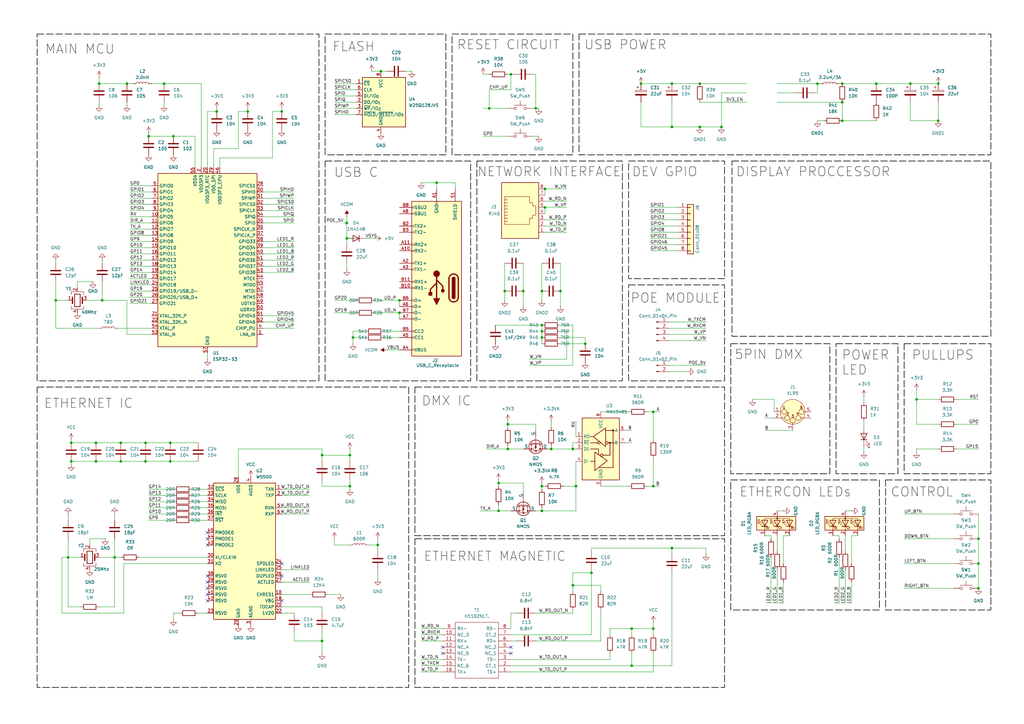
<source format=kicad_sch>
(kicad_sch (version 20250114) (generator "eeschema") (generator_version "9.0")
  (paper "A3")
  (rectangle (start 195.58 66.04) (end 255.27 156.21) (stroke (width 0.254) (type dash) (color 0 0 0 1)))
  (rectangle (start 170.18 220.98) (end 297.18 281.94) (stroke (width 0.254) (type dash) (color 0 0 0 1)))
  (rectangle (start 370.84 140.97) (end 406.4 194.31) (stroke (width 0.254) (type dash) (color 0 0 0 1)))
  (rectangle (start 133.35 66.04) (end 193.04 156.21) (stroke (width 0.254) (type dash) (color 0 0 0 1)))
  (rectangle (start 363.22 196.85) (end 406.4 250.19) (stroke (width 0.254) (type dash) (color 0 0 0 1)))
  (rectangle (start 133.35 13.97) (end 182.88 63.5) (stroke (width 0.254) (type dash) (color 0 0 0 1)))
  (rectangle (start 257.81 116.84) (end 297.18 156.21) (stroke (width 0.254) (type dash) (color 0 0 0 1)))
  (rectangle (start 299.72 196.85) (end 360.68 250.19) (stroke (width 0.254) (type dash) (color 0 0 0 1)))
  (rectangle (start 237.49 13.97) (end 406.4 63.5) (stroke (width 0.254) (type dash) (color 0 0 0 1)))
  (rectangle (start 15.24 13.97) (end 130.81 156.21) (stroke (width 0.254) (type dash) (color 0 0 0 1)))
  (rectangle (start 15.24 158.75) (end 167.64 281.94) (stroke (width 0.254) (type dash) (color 0 0 0 1)))
  (rectangle (start 170.18 158.75) (end 297.18 219.71) (stroke (width 0.254) (type dash) (color 0 0 0 1)))
  (rectangle (start 300.228 66.04) (end 406.4 137.922) (stroke (width 0.254) (type dash) (color 0 0 0 1)))
  (rectangle (start 185.42 13.97) (end 234.95 63.5) (stroke (width 0.254) (type dash) (color 0 0 0 1)))
  (rectangle (start 299.72 140.97) (end 340.36 194.31) (stroke (width 0.254) (type dash) (color 0 0 0 1)))
  (rectangle (start 257.81 66.04) (end 297.18 114.3) (stroke (width 0.254) (type dash) (color 0 0 0 1)))
  (rectangle (start 342.9 140.97) (end 368.3 194.31) (stroke (width 0.254) (type dash) (color 0 0 0 1)))
  (text "NETWORK INTERFACE" (exclude_from_sim yes) (at 225.298 70.612 0) (effects (font (size 3.81 3.81))))
  (text "POE MODULE" (exclude_from_sim yes) (at 258.572 122.428 0) (effects (font (size 3.81 3.81)) (justify left)))
  (text "ETHERNET IC" (exclude_from_sim yes) (at 36.322 165.608 0) (effects (font (size 3.81 3.81))))
  (text "MAIN MCU" (exclude_from_sim yes) (at 32.766 20.32 0) (effects (font (size 3.81 3.81))))
  (text "5PIN DMX" (exclude_from_sim yes) (at 301.244 145.542 0) (effects (font (size 3.81 3.81)) (justify left)))
  (text "FLASH" (exclude_from_sim yes) (at 145.034 19.304 0) (effects (font (size 3.81 3.81))))
  (text "DISPLAY PROCCESSOR" (exclude_from_sim yes) (at 301.752 70.612 0) (effects (font (size 3.81 3.81)) (justify left)))
  (text "PULLUPS" (exclude_from_sim yes) (at 373.888 145.796 0) (effects (font (size 3.81 3.81)) (justify left)))
  (text "POWER\nLED" (exclude_from_sim yes) (at 345.186 148.844 0) (effects (font (size 3.81 3.81)) (justify left)))
  (text "DEV GPIO" (exclude_from_sim yes) (at 259.08 70.612 0) (effects (font (size 3.81 3.81)) (justify left)))
  (text "DMX IC" (exclude_from_sim yes) (at 183.134 164.592 0) (effects (font (size 3.81 3.81))))
  (text "ETHERNET MAGNETIC\n" (exclude_from_sim yes) (at 202.946 228.346 0) (effects (font (size 3.81 3.81))))
  (text "USB C" (exclude_from_sim yes) (at 146.05 70.866 0) (effects (font (size 3.81 3.81))))
  (text "RESET CIRCUIT" (exclude_from_sim yes) (at 208.534 18.542 0) (effects (font (size 3.81 3.81))))
  (text "CONTROL" (exclude_from_sim yes) (at 365.252 201.93 0) (effects (font (size 3.81 3.81)) (justify left)))
  (text "USB POWER" (exclude_from_sim yes) (at 256.54 18.542 0) (effects (font (size 3.81 3.81))))
  (text "ETHERCON LEDs" (exclude_from_sim yes) (at 303.276 201.93 0) (effects (font (size 3.81 3.81)) (justify left)))
  (junction (at 236.22 199.39))
  (junction (at 144.78 138.43))
  (junction (at 222.25 199.39))
  (junction (at 401.32 241.3))
  (junction (at 345.44 34.29))
  (junction (at 222.25 133.35))
  (junction (at 214.63 119.38))
  (junction (at 267.97 168.91))
  (junction (at 223.52 77.47))
  (junction (at 209.55 30.48))
  (junction (at 208.28 173.99))
  (junction (at 259.08 257.81))
  (junction (at 156.21 29.21))
  (junction (at 226.06 184.15))
  (junction (at 59.69 181.61))
  (junction (at 229.87 119.38))
  (junction (at 143.51 199.39))
  (junction (at 154.94 223.52))
  (junction (at 22.86 123.19))
  (junction (at 375.92 163.83))
  (junction (at 27.94 228.6))
  (junction (at 401.32 231.14))
  (junction (at 179.07 74.93))
  (junction (at 29.21 181.61))
  (junction (at 222.25 138.43))
  (junction (at 132.08 262.89))
  (junction (at 204.47 209.55))
  (junction (at 60.96 55.88))
  (junction (at 59.69 189.23))
  (junction (at 69.85 181.61))
  (junction (at 234.95 184.15))
  (junction (at 46.99 228.6))
  (junction (at 373.38 34.29))
  (junction (at 234.95 240.03))
  (junction (at 275.59 34.29))
  (junction (at 275.59 224.79))
  (junction (at 359.41 34.29))
  (junction (at 52.07 34.29))
  (junction (at 384.81 34.29))
  (junction (at 262.89 34.29))
  (junction (at 101.6 45.72))
  (junction (at 40.64 34.29))
  (junction (at 207.01 119.38))
  (junction (at 163.83 123.19))
  (junction (at 275.59 52.07))
  (junction (at 222.25 135.89))
  (junction (at 335.28 34.29))
  (junction (at 69.85 189.23))
  (junction (at 267.97 257.81))
  (junction (at 287.02 52.07))
  (junction (at 345.44 41.91))
  (junction (at 115.57 45.72))
  (junction (at 132.08 186.69))
  (junction (at 259.08 273.05))
  (junction (at 222.25 119.38))
  (junction (at 88.9 45.72))
  (junction (at 142.24 91.44))
  (junction (at 384.81 49.53))
  (junction (at 29.21 189.23))
  (junction (at 39.37 181.61))
  (junction (at 204.47 198.12))
  (junction (at 223.52 85.09))
  (junction (at 267.97 199.39))
  (junction (at 71.12 55.88))
  (junction (at 200.66 44.45))
  (junction (at 163.83 128.27))
  (junction (at 240.03 140.97))
  (junction (at 143.51 186.69))
  (junction (at 41.91 123.19))
  (junction (at 142.24 97.79))
  (junction (at 287.02 34.29))
  (junction (at 39.37 189.23))
  (junction (at 295.91 52.07))
  (junction (at 222.25 209.55))
  (junction (at 219.71 44.45))
  (junction (at 242.57 234.95))
  (junction (at 345.44 49.53))
  (junction (at 49.53 181.61))
  (junction (at 401.32 220.98))
  (junction (at 67.31 34.29))
  (junction (at 49.53 189.23))
  (junction (at 208.28 184.15))
  (no_connect (at 85.09 218.44))
  (no_connect (at 85.09 238.76))
  (no_connect (at 115.57 246.38))
  (no_connect (at 85.09 236.22))
  (no_connect (at 209.55 267.97))
  (no_connect (at 85.09 220.98))
  (no_connect (at 209.55 265.43))
  (no_connect (at 115.57 231.14))
  (no_connect (at 181.61 267.97))
  (no_connect (at 85.09 241.3))
  (no_connect (at 181.61 265.43))
  (no_connect (at 115.57 236.22))
  (no_connect (at 85.09 243.84))
  (no_connect (at 85.09 223.52))
  (no_connect (at 85.09 246.38))
  (wire (pts (xy 53.34 111.76) (xy 62.23 111.76)))
  (wire (pts (xy 90.17 68.58) (xy 90.17 64.77)))
  (wire (pts (xy 142.24 88.9) (xy 142.24 91.44)))
  (wire (pts (xy 370.84 220.98) (xy 391.16 220.98)))
  (wire (pts (xy 199.39 184.15) (xy 208.28 184.15)))
  (wire (pts (xy 262.89 34.29) (xy 275.59 34.29)))
  (wire (pts (xy 222.25 209.55) (xy 236.22 209.55)))
  (wire (pts (xy 232.41 135.89) (xy 232.41 147.32)))
  (wire (pts (xy 346.71 209.55) (xy 349.25 209.55)))
  (wire (pts (xy 354.33 162.56) (xy 354.33 165.1)))
  (wire (pts (xy 115.57 248.92) (xy 132.08 248.92)))
  (wire (pts (xy 317.5 168.91) (xy 317.5 163.83)))
  (wire (pts (xy 137.16 44.45) (xy 146.05 44.45)))
  (wire (pts (xy 69.85 189.23) (xy 81.28 189.23)))
  (wire (pts (xy 132.08 199.39) (xy 143.51 199.39)))
  (wire (pts (xy 384.81 41.91) (xy 384.81 49.53)))
  (wire (pts (xy 115.57 243.84) (xy 127 243.84)))
  (wire (pts (xy 375.92 173.99) (xy 384.81 173.99)))
  (wire (pts (xy 41.91 115.57) (xy 41.91 123.19)))
  (wire (pts (xy 39.37 181.61) (xy 49.53 181.61)))
  (wire (pts (xy 60.96 200.66) (xy 71.1496 200.66)))
  (wire (pts (xy 107.95 91.44) (xy 120.65 91.44)))
  (wire (pts (xy 90.17 64.77) (xy 111.76 64.77)))
  (wire (pts (xy 142.24 107.95) (xy 142.24 110.49)))
  (wire (pts (xy 345.44 41.91) (xy 345.44 49.53)))
  (wire (pts (xy 46.99 220.98) (xy 46.99 228.6)))
  (wire (pts (xy 50.8 231.14) (xy 85.09 231.14)))
  (wire (pts (xy 36.83 220.98) (xy 43.18 220.98)))
  (wire (pts (xy 127 210.82) (xy 115.57 210.82)))
  (wire (pts (xy 321.31 231.14) (xy 321.31 219.71)))
  (wire (pts (xy 46.99 228.6) (xy 49.53 228.6)))
  (wire (pts (xy 80.01 55.88) (xy 71.12 55.88)))
  (wire (pts (xy 111.76 45.72) (xy 115.57 45.72)))
  (wire (pts (xy 373.38 49.53) (xy 384.81 49.53)))
  (wire (pts (xy 222.25 135.89) (xy 222.25 133.35)))
  (wire (pts (xy 40.64 134.62) (xy 22.86 134.62)))
  (wire (pts (xy 209.55 257.81) (xy 209.55 251.46)))
  (wire (pts (xy 204.47 209.55) (xy 209.55 209.55)))
  (wire (pts (xy 217.17 149.86) (xy 234.95 149.86)))
  (wire (pts (xy 107.95 132.08) (xy 120.65 132.08)))
  (wire (pts (xy 46.99 248.92) (xy 40.64 248.92)))
  (wire (pts (xy 87.63 68.58) (xy 87.63 60.96)))
  (wire (pts (xy 344.17 220.98) (xy 344.17 219.71)))
  (wire (pts (xy 172.72 74.93) (xy 179.07 74.93)))
  (wire (pts (xy 107.95 111.76) (xy 120.65 111.76)))
  (wire (pts (xy 60.96 205.74) (xy 71.1496 205.74)))
  (wire (pts (xy 223.52 77.47) (xy 232.41 77.47)))
  (wire (pts (xy 53.34 124.46) (xy 62.23 124.46)))
  (wire (pts (xy 392.43 173.99) (xy 401.32 173.99)))
  (wire (pts (xy 392.43 163.83) (xy 401.32 163.83)))
  (wire (pts (xy 242.57 260.35) (xy 242.57 234.95)))
  (wire (pts (xy 229.87 140.97) (xy 240.03 140.97)))
  (wire (pts (xy 78.7399 203.2) (xy 85.09 203.2)))
  (wire (pts (xy 41.91 107.95) (xy 41.91 106.68)))
  (wire (pts (xy 375.92 184.15) (xy 384.81 184.15)))
  (wire (pts (xy 226.06 172.72) (xy 226.06 175.26)))
  (wire (pts (xy 295.91 52.07) (xy 295.91 38.1)))
  (wire (pts (xy 214.63 119.38) (xy 214.63 125.73)))
  (wire (pts (xy 111.76 64.77) (xy 111.76 45.72)))
  (wire (pts (xy 53.34 104.14) (xy 62.23 104.14)))
  (wire (pts (xy 240.03 138.43) (xy 240.03 140.97)))
  (wire (pts (xy 172.72 275.59) (xy 181.61 275.59)))
  (wire (pts (xy 41.91 123.19) (xy 52.07 123.19)))
  (wire (pts (xy 208.28 172.72) (xy 208.28 173.99)))
  (wire (pts (xy 222.25 133.35) (xy 203.2 133.35)))
  (wire (pts (xy 208.28 184.15) (xy 214.63 184.15)))
  (wire (pts (xy 50.8 251.46) (xy 50.8 231.14)))
  (wire (pts (xy 259.08 273.05) (xy 275.59 273.05)))
  (wire (pts (xy 217.17 147.32) (xy 232.41 147.32)))
  (wire (pts (xy 274.32 149.86) (xy 289.56 149.86)))
  (wire (pts (xy 27.94 248.92) (xy 33.02 248.92)))
  (wire (pts (xy 229.87 107.95) (xy 229.87 119.38)))
  (wire (pts (xy 275.59 41.91) (xy 275.59 52.07)))
  (wire (pts (xy 209.55 251.46) (xy 212.09 251.46)))
  (wire (pts (xy 224.79 184.15) (xy 226.06 184.15)))
  (wire (pts (xy 137.16 123.19) (xy 146.05 123.19)))
  (wire (pts (xy 22.86 107.95) (xy 22.86 106.68)))
  (wire (pts (xy 267.97 199.39) (xy 267.97 187.96)))
  (wire (pts (xy 46.99 213.36) (xy 46.99 210.82)))
  (wire (pts (xy 149.86 135.89) (xy 144.78 135.89)))
  (wire (pts (xy 67.31 41.91) (xy 67.31 43.18)))
  (wire (pts (xy 274.32 132.08) (xy 289.56 132.08)))
  (wire (pts (xy 144.78 138.43) (xy 144.78 140.97)))
  (wire (pts (xy 246.38 262.89) (xy 246.38 250.19)))
  (wire (pts (xy 132.08 186.69) (xy 132.08 189.23)))
  (wire (pts (xy 60.96 208.28) (xy 71.12 208.28)))
  (wire (pts (xy 179.07 74.93) (xy 179.07 77.47)))
  (wire (pts (xy 52.07 137.16) (xy 62.23 137.16)))
  (wire (pts (xy 132.08 184.15) (xy 132.08 186.69)))
  (wire (pts (xy 287.02 52.07) (xy 295.91 52.07)))
  (wire (pts (xy 40.64 41.91) (xy 40.64 43.18)))
  (wire (pts (xy 53.34 99.06) (xy 62.23 99.06)))
  (wire (pts (xy 78.74 208.28) (xy 85.09 208.28)))
  (wire (pts (xy 39.37 189.23) (xy 49.53 189.23)))
  (wire (pts (xy 266.7 102.87) (xy 278.13 102.87)))
  (wire (pts (xy 267.97 168.91) (xy 270.51 168.91)))
  (wire (pts (xy 275.59 52.07) (xy 287.02 52.07)))
  (wire (pts (xy 267.97 275.59) (xy 209.55 275.59)))
  (wire (pts (xy 287.02 34.29) (xy 306.07 34.29)))
  (wire (pts (xy 266.7 100.33) (xy 278.13 100.33)))
  (wire (pts (xy 60.96 203.2) (xy 71.1199 203.2)))
  (wire (pts (xy 318.77 41.91) (xy 345.44 41.91)))
  (wire (pts (xy 73.66 251.46) (xy 71.12 251.46)))
  (wire (pts (xy 53.34 109.22) (xy 62.23 109.22)))
  (wire (pts (xy 149.86 97.79) (xy 153.67 97.79)))
  (wire (pts (xy 349.25 231.14) (xy 349.25 219.71)))
  (wire (pts (xy 370.84 231.14) (xy 391.16 231.14)))
  (wire (pts (xy 275.59 34.29) (xy 287.02 34.29)))
  (wire (pts (xy 107.95 99.06) (xy 120.65 99.06)))
  (wire (pts (xy 53.34 93.98) (xy 62.23 93.98)))
  (wire (pts (xy 53.34 119.38) (xy 62.23 119.38)))
  (wire (pts (xy 321.31 219.71) (xy 323.85 219.71)))
  (wire (pts (xy 236.22 181.61) (xy 234.95 181.61)))
  (wire (pts (xy 29.21 180.34) (xy 29.21 181.61)))
  (wire (pts (xy 53.34 114.3) (xy 62.23 114.3)))
  (wire (pts (xy 27.94 213.36) (xy 27.94 210.82)))
  (wire (pts (xy 107.95 106.68) (xy 120.65 106.68)))
  (wire (pts (xy 35.56 123.19) (xy 41.91 123.19)))
  (wire (pts (xy 208.28 30.48) (xy 209.55 30.48)))
  (wire (pts (xy 78.74 213.36) (xy 85.09 213.36)))
  (wire (pts (xy 259.08 267.97) (xy 259.08 273.05)))
  (wire (pts (xy 142.24 97.79) (xy 142.24 100.33)))
  (wire (pts (xy 204.47 198.12) (xy 214.63 198.12)))
  (wire (pts (xy 223.52 82.55) (xy 232.41 82.55)))
  (wire (pts (xy 266.7 95.25) (xy 278.13 95.25)))
  (wire (pts (xy 222.25 138.43) (xy 222.25 135.89)))
  (wire (pts (xy 85.09 68.58) (xy 85.09 45.72)))
  (wire (pts (xy 375.92 163.83) (xy 384.81 163.83)))
  (wire (pts (xy 29.21 189.23) (xy 39.37 189.23)))
  (wire (pts (xy 107.95 104.14) (xy 120.65 104.14)))
  (wire (pts (xy 200.66 36.83) (xy 200.66 44.45)))
  (wire (pts (xy 97.79 60.96) (xy 97.79 45.72)))
  (wire (pts (xy 222.25 140.97) (xy 222.25 138.43)))
  (wire (pts (xy 275.59 224.79) (xy 289.56 224.79)))
  (wire (pts (xy 214.63 198.12) (xy 214.63 201.93)))
  (wire (pts (xy 316.23 228.6) (xy 316.23 247.65)))
  (wire (pts (xy 259.08 257.81) (xy 267.97 257.81)))
  (wire (pts (xy 226.06 182.88) (xy 226.06 184.15)))
  (wire (pts (xy 335.28 49.53) (xy 337.82 49.53)))
  (wire (pts (xy 107.95 101.6) (xy 120.65 101.6)))
  (wire (pts (xy 97.79 184.15) (xy 132.08 184.15)))
  (wire (pts (xy 31.75 118.11) (xy 31.75 115.57)))
  (wire (pts (xy 370.84 241.3) (xy 391.16 241.3)))
  (wire (pts (xy 143.51 196.85) (xy 143.51 199.39)))
  (wire (pts (xy 287.02 41.91) (xy 306.07 41.91)))
  (wire (pts (xy 172.72 257.81) (xy 181.61 257.81)))
  (wire (pts (xy 53.34 76.2) (xy 62.23 76.2)))
  (wire (pts (xy 234.95 184.15) (xy 236.22 184.15)))
  (wire (pts (xy 345.44 34.29) (xy 359.41 34.29)))
  (wire (pts (xy 349.25 219.71) (xy 351.79 219.71)))
  (wire (pts (xy 25.4 228.6) (xy 25.4 251.46)))
  (wire (pts (xy 134.62 243.84) (xy 139.7 243.84)))
  (wire (pts (xy 40.64 31.75) (xy 40.64 34.29)))
  (wire (pts (xy 229.87 133.35) (xy 234.95 133.35)))
  (wire (pts (xy 52.07 137.16) (xy 52.07 123.19)))
  (wire (pts (xy 229.87 119.38) (xy 229.87 125.73)))
  (wire (pts (xy 53.34 96.52) (xy 62.23 96.52)))
  (wire (pts (xy 137.16 220.98) (xy 137.16 223.52)))
  (wire (pts (xy 157.48 135.89) (xy 163.83 135.89)))
  (wire (pts (xy 196.85 209.55) (xy 204.47 209.55)))
  (wire (pts (xy 107.95 81.28) (xy 120.65 81.28)))
  (wire (pts (xy 48.26 134.62) (xy 62.23 134.62)))
  (wire (pts (xy 107.95 109.22) (xy 120.65 109.22)))
  (wire (pts (xy 259.08 176.53) (xy 256.54 176.53)))
  (wire (pts (xy 82.55 68.58) (xy 82.55 34.29)))
  (wire (pts (xy 209.55 262.89) (xy 212.09 262.89)))
  (wire (pts (xy 234.95 240.03) (xy 234.95 242.57)))
  (wire (pts (xy 60.96 55.88) (xy 60.96 54.61)))
  (wire (pts (xy 214.63 107.95) (xy 214.63 119.38)))
  (wire (pts (xy 54.61 34.29) (xy 52.07 34.29)))
  (wire (pts (xy 275.59 273.05) (xy 275.59 234.95)))
  (wire (pts (xy 236.22 199.39) (xy 236.22 189.23)))
  (wire (pts (xy 318.77 34.29) (xy 335.28 34.29)))
  (wire (pts (xy 208.28 173.99) (xy 208.28 175.26)))
  (wire (pts (xy 46.99 228.6) (xy 46.99 248.92)))
  (wire (pts (xy 370.84 210.82) (xy 391.16 210.82)))
  (wire (pts (xy 234.95 133.35) (xy 234.95 149.86)))
  (wire (pts (xy 209.55 260.35) (xy 242.57 260.35)))
  (wire (pts (xy 223.52 90.17) (xy 232.41 90.17)))
  (wire (pts (xy 226.06 184.15) (xy 234.95 184.15)))
  (wire (pts (xy 107.95 134.62) (xy 120.65 134.62)))
  (wire (pts (xy 250.19 257.81) (xy 259.08 257.81)))
  (wire (pts (xy 186.69 77.47) (xy 186.69 74.93)))
  (wire (pts (xy 67.31 34.29) (xy 62.23 34.29)))
  (wire (pts (xy 318.77 38.1) (xy 326.39 38.1)))
  (wire (pts (xy 153.67 128.27) (xy 163.83 128.27)))
  (wire (pts (xy 107.95 83.82) (xy 120.65 83.82)))
  (wire (pts (xy 275.59 224.79) (xy 275.59 227.33)))
  (wire (pts (xy 346.71 233.68) (xy 346.71 247.65)))
  (wire (pts (xy 152.4 29.21) (xy 156.21 29.21)))
  (wire (pts (xy 266.7 92.71) (xy 278.13 92.71)))
  (wire (pts (xy 274.32 139.7) (xy 289.56 139.7)))
  (wire (pts (xy 267.97 180.34) (xy 267.97 168.91)))
  (wire (pts (xy 22.86 115.57) (xy 22.86 123.19)))
  (wire (pts (xy 359.41 34.29) (xy 373.38 34.29)))
  (wire (pts (xy 317.5 163.83) (xy 308.61 163.83)))
  (wire (pts (xy 246.38 168.91) (xy 257.81 168.91)))
  (wire (pts (xy 163.83 128.27) (xy 163.83 130.81)))
  (wire (pts (xy 373.38 34.29) (xy 384.81 34.29)))
  (wire (pts (xy 295.91 38.1) (xy 306.07 38.1)))
  (wire (pts (xy 172.72 270.51) (xy 181.61 270.51)))
  (wire (pts (xy 40.64 228.6) (xy 46.99 228.6)))
  (wire (pts (xy 375.92 160.02) (xy 375.92 163.83)))
  (wire (pts (xy 163.83 123.19) (xy 163.83 125.73)))
  (wire (pts (xy 22.86 134.62) (xy 22.86 123.19)))
  (wire (pts (xy 321.31 238.76) (xy 321.31 247.65)))
  (wire (pts (xy 27.94 123.19) (xy 22.86 123.19)))
  (wire (pts (xy 29.21 189.23) (xy 29.21 190.5)))
  (wire (pts (xy 375.92 163.83) (xy 375.92 173.99)))
  (wire (pts (xy 207.01 119.38) (xy 207.01 123.19)))
  (wire (pts (xy 115.57 233.68) (xy 127 233.68)))
  (wire (pts (xy 345.44 49.53) (xy 359.41 49.53)))
  (wire (pts (xy 53.34 116.84) (xy 62.23 116.84)))
  (wire (pts (xy 29.21 181.61) (xy 39.37 181.61)))
  (wire (pts (xy 265.43 199.39) (xy 267.97 199.39)))
  (wire (pts (xy 401.32 220.98) (xy 401.32 231.14)))
  (wire (pts (xy 250.19 267.97) (xy 250.19 270.51)))
  (wire (pts (xy 27.94 228.6) (xy 25.4 228.6)))
  (wire (pts (xy 198.12 44.45) (xy 200.66 44.45)))
  (wire (pts (xy 266.7 90.17) (xy 278.13 90.17)))
  (wire (pts (xy 234.95 234.95) (xy 234.95 240.03)))
  (wire (pts (xy 200.66 44.45) (xy 208.28 44.45)))
  (wire (pts (xy 222.25 209.55) (xy 222.25 208.28)))
  (wire (pts (xy 172.72 273.05) (xy 181.61 273.05)))
  (wire (pts (xy 401.32 210.82) (xy 401.32 220.98)))
  (wire (pts (xy 219.71 30.48) (xy 219.71 44.45)))
  (wire (pts (xy 262.89 41.91) (xy 262.89 52.07)))
  (wire (pts (xy 198.12 55.88) (xy 208.28 55.88)))
  (wire (pts (xy 49.53 181.61) (xy 59.69 181.61)))
  (wire (pts (xy 200.66 36.83) (xy 209.55 36.83)))
  (wire (pts (xy 120.65 262.89) (xy 132.08 262.89)))
  (wire (pts (xy 246.38 240.03) (xy 234.95 240.03)))
  (wire (pts (xy 69.85 181.61) (xy 81.28 181.61)))
  (wire (pts (xy 204.47 198.12) (xy 204.47 199.39)))
  (wire (pts (xy 27.94 228.6) (xy 27.94 248.92)))
  (wire (pts (xy 274.32 137.16) (xy 289.56 137.16)))
  (wire (pts (xy 231.14 199.39) (xy 236.22 199.39)))
  (wire (pts (xy 144.78 97.79) (xy 142.24 97.79)))
  (wire (pts (xy 31.75 115.57) (xy 38.1 115.57)))
  (wire (pts (xy 137.16 223.52) (xy 143.51 223.52)))
  (wire (pts (xy 250.19 257.81) (xy 250.19 260.35)))
  (wire (pts (xy 223.52 95.25) (xy 232.41 95.25)))
  (wire (pts (xy 143.51 184.15) (xy 143.51 186.69)))
  (wire (pts (xy 344.17 219.71) (xy 341.63 219.71)))
  (wire (pts (xy 218.44 55.88) (xy 220.98 55.88)))
  (wire (pts (xy 242.57 226.06) (xy 242.57 224.79)))
  (wire (pts (xy 172.72 260.35) (xy 181.61 260.35)))
  (wire (pts (xy 57.15 228.6) (xy 85.09 228.6)))
  (wire (pts (xy 204.47 196.85) (xy 204.47 198.12)))
  (wire (pts (xy 49.53 189.23) (xy 59.69 189.23)))
  (wire (pts (xy 52.07 34.29) (xy 40.64 34.29)))
  (wire (pts (xy 262.89 52.07) (xy 275.59 52.07)))
  (wire (pts (xy 318.77 209.55) (xy 321.31 209.55)))
  (wire (pts (xy 222.25 107.95) (xy 222.25 119.38)))
  (wire (pts (xy 313.69 171.45) (xy 317.5 171.45)))
  (wire (pts (xy 219.71 176.53) (xy 219.71 173.99)))
  (wire (pts (xy 266.7 85.09) (xy 278.13 85.09)))
  (wire (pts (xy 259.08 181.61) (xy 256.54 181.61)))
  (wire (pts (xy 229.87 135.89) (xy 232.41 135.89)))
  (wire (pts (xy 344.17 228.6) (xy 344.17 247.65)))
  (wire (pts (xy 354.33 172.72) (xy 354.33 175.26)))
  (wire (pts (xy 204.47 207.01) (xy 204.47 209.55)))
  (wire (pts (xy 344.17 34.29) (xy 345.44 34.29)))
  (wire (pts (xy 267.97 199.39) (xy 270.51 199.39)))
  (wire (pts (xy 115.57 251.46) (xy 120.65 251.46)))
  (wire (pts (xy 318.77 226.06) (xy 318.77 219.71)))
  (wire (pts (xy 153.67 123.19) (xy 163.83 123.19)))
  (wire (pts (xy 137.16 39.37) (xy 146.05 39.37)))
  (wire (pts (xy 132.08 248.92) (xy 132.08 251.46)))
  (wire (pts (xy 222.25 198.12) (xy 222.25 199.39)))
  (wire (pts (xy 223.52 87.63) (xy 223.52 85.09)))
  (wire (pts (xy 246.38 199.39) (xy 257.81 199.39)))
  (wire (pts (xy 120.65 259.08) (xy 120.65 262.89)))
  (wire (pts (xy 151.13 223.52) (xy 154.94 223.52)))
  (wire (pts (xy 346.71 226.06) (xy 346.71 219.71)))
  (wire (pts (xy 267.97 260.35) (xy 267.97 257.81)))
  (wire (pts (xy 144.78 135.89) (xy 144.78 138.43)))
  (wire (pts (xy 401.32 231.14) (xy 401.32 241.3)))
  (wire (pts (xy 71.12 251.46) (xy 71.12 254)))
  (wire (pts (xy 78.7696 200.66) (xy 85.09 200.66)))
  (wire (pts (xy 60.96 213.36) (xy 71.12 213.36)))
  (wire (pts (xy 207.01 107.95) (xy 207.01 119.38)))
  (wire (pts (xy 219.71 44.45) (xy 220.98 44.45)))
  (wire (pts (xy 392.43 184.15) (xy 401.32 184.15)))
  (wire (pts (xy 274.32 152.4) (xy 281.94 152.4)))
  (wire (pts (xy 316.23 220.98) (xy 316.23 219.71)))
  (wire (pts (xy 107.95 78.74) (xy 120.65 78.74)))
  (wire (pts (xy 78.74 210.82) (xy 85.09 210.82)))
  (wire (pts (xy 223.52 92.71) (xy 232.41 92.71)))
  (wire (pts (xy 172.72 262.89) (xy 181.61 262.89)))
  (wire (pts (xy 53.34 121.92) (xy 62.23 121.92)))
  (wire (pts (xy 80.01 68.58) (xy 80.01 55.88)))
  (wire (pts (xy 107.95 129.54) (xy 120.65 129.54)))
  (wire (pts (xy 218.44 30.48) (xy 219.71 30.48)))
  (wire (pts (xy 137.16 34.29) (xy 146.05 34.29)))
  (wire (pts (xy 132.08 186.69) (xy 143.51 186.69)))
  (wire (pts (xy 142.24 91.44) (xy 142.24 97.79)))
  (wire (pts (xy 219.71 209.55) (xy 222.25 209.55)))
  (wire (pts (xy 143.51 186.69) (xy 143.51 189.23)))
  (wire (pts (xy 316.23 219.71) (xy 313.69 219.71)))
  (wire (pts (xy 52.07 41.91) (xy 52.07 43.18)))
  (wire (pts (xy 229.87 138.43) (xy 240.03 138.43)))
  (wire (pts (xy 154.94 233.68) (xy 154.94 237.49)))
  (wire (pts (xy 59.69 189.23) (xy 69.85 189.23)))
  (wire (pts (xy 85.09 144.78) (xy 85.09 147.32)))
  (wire (pts (xy 137.16 128.27) (xy 146.05 128.27)))
  (wire (pts (xy 53.34 81.28) (xy 62.23 81.28)))
  (wire (pts (xy 53.34 86.36) (xy 62.23 86.36)))
  (wire (pts (xy 209.55 36.83) (xy 209.55 30.48)))
  (wire (pts (xy 27.94 220.98) (xy 27.94 228.6)))
  (wire (pts (xy 334.01 38.1) (xy 335.28 38.1)))
  (wire (pts (xy 53.34 88.9) (xy 62.23 88.9)))
  (wire (pts (xy 127 208.28) (xy 115.57 208.28)))
  (wire (pts (xy 132.08 262.89) (xy 132.08 259.08)))
  (wire (pts (xy 198.12 30.48) (xy 200.66 30.48)))
  (wire (pts (xy 101.6 44.45) (xy 101.6 45.72)))
  (wire (pts (xy 250.19 270.51) (xy 209.55 270.51)))
  (wire (pts (xy 107.95 88.9) (xy 120.65 88.9)))
  (wire (pts (xy 219.71 173.99) (xy 208.28 173.99)))
  (wire (pts (xy 60.96 210.82) (xy 71.12 210.82)))
  (wire (pts (xy 81.28 251.46) (xy 85.09 251.46)))
  (wire (pts (xy 71.12 55.88) (xy 60.96 55.88)))
  (wire (pts (xy 25.4 251.46) (xy 50.8 251.46)))
  (wire (pts (xy 313.69 176.53) (xy 325.12 176.53)))
  (wire (pts (xy 289.56 224.79) (xy 289.56 227.33)))
  (wire (pts (xy 222.25 199.39) (xy 223.52 199.39)))
  (wire (pts (xy 219.71 262.89) (xy 246.38 262.89)))
  (wire (pts (xy 234.95 234.95) (xy 242.57 234.95)))
  (wire (pts (xy 266.7 87.63) (xy 278.13 87.63)))
  (wire (pts (xy 156.21 29.21) (xy 158.75 29.21)))
  (wire (pts (xy 218.44 44.45) (xy 219.71 44.45)))
  (wire (pts (xy 349.25 238.76) (xy 349.25 247.65)))
  (wire (pts (xy 236.22 172.72) (xy 236.22 179.07)))
  (wire (pts (xy 127 200.66) (xy 115.57 200.66)))
  (wire (pts (xy 223.52 85.09) (xy 232.41 85.09)))
  (wire (pts (xy 87.63 60.96) (xy 97.79 60.96)))
  (wire (pts (xy 186.69 74.93) (xy 179.07 74.93)))
  (wire (pts (xy 166.37 29.21) (xy 168.91 29.21)))
  (wire (pts (xy 373.38 41.91) (xy 373.38 49.53)))
  (wire (pts (xy 137.16 46.99) (xy 146.05 46.99)))
  (wire (pts (xy 335.28 34.29) (xy 336.55 34.29)))
  (wire (pts (xy 88.9 44.45) (xy 88.9 45.72)))
  (wire (pts (xy 137.16 41.91) (xy 146.05 41.91)))
  (wire (pts (xy 274.32 134.62) (xy 289.56 134.62)))
  (wire (pts (xy 209.55 30.48) (xy 210.82 30.48)))
  (wire (pts (xy 140.97 91.44) (xy 142.24 91.44)))
  (wire (pts (xy 208.28 182.88) (xy 208.28 184.15)))
  (wire (pts (xy 85.09 45.72) (xy 88.9 45.72)))
  (wire (pts (xy 223.52 77.47) (xy 223.52 80.01)))
  (wire (pts (xy 144.78 138.43) (xy 149.86 138.43)))
  (wire (pts (xy 53.34 91.44) (xy 62.23 91.44)))
  (wire (pts (xy 82.55 34.29) (xy 67.31 34.29)))
  (wire (pts (xy 222.25 119.38) (xy 222.25 123.19)))
  (wire (pts (xy 266.7 97.79) (xy 278.13 97.79)))
  (wire (pts (xy 267.97 267.97) (xy 267.97 275.59)))
  (wire (pts (xy 36.83 223.52) (xy 36.83 220.98)))
  (wire (pts (xy 242.57 224.79) (xy 275.59 224.79)))
  (wire (pts (xy 154.94 223.52) (xy 154.94 226.06)))
  (wire (pts (xy 115.57 44.45) (xy 115.57 45.72)))
  (wire (pts (xy 267.97 168.91) (xy 265.43 168.91)))
  (wire (pts (xy 158.75 143.51) (xy 163.83 143.51)))
  (wire (pts (xy 259.08 257.81) (xy 259.08 260.35)))
  (wire (pts (xy 234.95 181.61) (xy 234.95 184.15)))
  (wire (pts (xy 107.95 86.36) (xy 120.65 86.36)))
  (wire (pts (xy 154.94 223.52) (xy 154.94 220.98)))
  (wire (pts (xy 242.57 234.95) (xy 242.57 233.68)))
  (wire (pts (xy 53.34 78.74) (xy 62.23 78.74)))
  (wire (pts (xy 222.25 200.66) (xy 222.25 199.39)))
  (wire (pts (xy 259.08 273.05) (xy 209.55 273.05)))
  (wire (pts (xy 53.34 101.6) (xy 62.23 101.6)))
  (wire (pts (xy 53.34 106.68) (xy 62.23 106.68)))
  (wire (pts (xy 59.69 181.61) (xy 69.85 181.61)))
  (wire (pts (xy 132.08 196.85) (xy 132.08 199.39)))
  (wire (pts (xy 246.38 242.57) (xy 246.38 240.03)))
  (wire (pts (xy 127 203.2) (xy 115.57 203.2)))
  (wire (pts (xy 97.79 195.58) (xy 97.79 184.15)))
  (wire (pts (xy 157.48 138.43) (xy 163.83 138.43)))
  (wire (pts (xy 143.51 200.66) (xy 143.51 199.39)))
  (wire (pts (xy 234.95 251.46) (xy 234.95 250.19)))
  (wire (pts (xy 318.77 233.68) (xy 318.77 247.65)))
  (wire (pts (xy 97.79 45.72) (xy 101.6 45.72)))
  (wire (pts (xy 33.02 228.6) (xy 27.94 228.6)))
  (wire (pts (xy 354.33 182.88) (xy 354.33 185.42)))
  (wire (pts (xy 132.08 262.89) (xy 132.08 267.97)))
  (wire (pts (xy 115.57 238.76) (xy 127 238.76)))
  (wire (pts (xy 53.34 83.82) (xy 62.23 83.82)))
  (wire (pts (xy 137.16 36.83) (xy 146.05 36.83)))
  (wire (pts (xy 267.97 257.81) (xy 267.97 255.27)))
  (wire (pts (xy 219.71 251.46) (xy 234.95 251.46)))
  (wire (pts (xy 236.22 209.55) (xy 236.22 199.39)))
  (wire (pts (xy 375.92 185.42) (xy 375.92 184.15)))
  (wire (pts (xy 335.28 38.1) (xy 335.28 34.29)))
  (wire (pts (xy 78.7696 205.74) (xy 85.09 205.74)))
  (label "W_VN" (at 217.17 147.32 0))
  (label "LEFT_BTN" (at 370.84 231.14 0))
  (label "GPIO21" (at 53.34 124.46 0))
  (label "W_RD_OUT_N" (at 127 208.28 180))
  (label "GP20" (at 53.34 121.92 0))
  (label "B" (at 270.51 199.39 180))
  (label "POE_5V" (at 289.56 149.86 180))
  (label "W_RD_N" (at 232.41 82.55 180))
  (label "GP14" (at 53.34 111.76 0))
  (label "CHP_UP" (at 200.66 36.83 0))
  (label "SPID" (at 120.65 91.44 180))
  (label "GP10" (at 60.96 210.82 0))
  (label "W_VP" (at 289.56 137.16 180))
  (label "W_TD_P" (at 232.41 95.25 180))
  (label "LED1_R" (at 316.23 247.65 90))
  (label "GPIO46" (at 120.65 132.08 180))
  (label "GP13" (at 53.34 109.22 0))
  (label "W_RD_P" (at 172.72 262.89 0))
  (label "SPICLK" (at 137.16 36.83 0))
  (label "POE_5V" (at 140.97 91.44 180))
  (label "W_RD_P" (at 232.41 90.17 180))
  (label "LED1_B" (at 120.65 104.14 180))
  (label "GPIO3" (at 266.7 90.17 0))
  (label "W_VP" (at 232.41 85.09 180))
  (label "W_RD_OUT_P" (at 127 210.82 180))
  (label "W_TD_N" (at 172.72 270.51 0))
  (label "W_TD_OUT_P" (at 220.98 275.59 0))
  (label "DIR_A" (at 199.39 184.15 0))
  (label "GP0" (at 198.12 55.88 0))
  (label "LED2_G" (at 346.71 247.65 90))
  (label "SPIWP" (at 137.16 44.45 0))
  (label "W_RXCM" (at 172.72 260.35 0))
  (label "GP19" (at 137.16 128.27 0))
  (label "GPIO1" (at 53.34 78.74 0))
  (label "A" (at 259.08 181.61 180))
  (label "B" (at 313.69 176.53 0))
  (label "GP9" (at 60.96 213.36 0))
  (label "GPIO8" (at 53.34 96.52 0))
  (label "GPIO46" (at 266.7 100.33 0))
  (label "SPIWP" (at 120.65 81.28 180))
  (label "LED1_B" (at 321.31 247.65 90))
  (label "LED1_G" (at 120.65 101.6 180))
  (label "UD_N" (at 157.48 128.27 0))
  (label "SPIQ" (at 137.16 41.91 0))
  (label "SPIHD" (at 137.16 46.99 0))
  (label "GPIO4" (at 266.7 92.71 0))
  (label "LED2_G" (at 120.65 109.22 180))
  (label "LED2_B" (at 349.25 247.65 90))
  (label "SPID" (at 137.16 39.37 0))
  (label "W_RD_N" (at 172.72 257.81 0))
  (label "GPIO21" (at 266.7 97.79 0))
  (label "RST" (at 401.32 163.83 180))
  (label "W_VP" (at 217.17 149.86 0))
  (label "A" (at 313.69 171.45 0))
  (label "GPIO2" (at 266.7 87.63 0))
  (label "GPIO45" (at 266.7 102.87 0))
  (label "GPIO2" (at 53.34 81.28 0))
  (label "GP13" (at 60.96 203.2 0))
  (label "GP20" (at 137.16 123.19 0))
  (label "SPIHD" (at 120.65 78.74 180))
  (label "VBUS" (at 158.75 143.51 0))
  (label "GP12" (at 53.34 106.68 0))
  (label "W_RXCM" (at 289.56 134.62 180))
  (label "W_TXCM" (at 172.72 273.05 0))
  (label "W_RD_OUT_P" (at 220.98 262.89 0))
  (label "VSYS" (at 149.86 97.79 0))
  (label "ACTLED" (at 127 238.76 180))
  (label "LINKLED" (at 53.34 116.84 0))
  (label "SPICS0" (at 120.65 83.82 180))
  (label "W_RD_OUT_N" (at 220.98 251.46 0))
  (label "LED1_G" (at 318.77 247.65 90))
  (label "LINKLED" (at 127 233.68 180))
  (label "W_VN" (at 289.56 139.7 180))
  (label "B" (at 259.08 176.53 180))
  (label "SPICS0" (at 137.16 34.29 0))
  (label "DOWN_BTN" (at 370.84 220.98 0))
  (label "CHP_UP" (at 120.65 134.62 180))
  (label "W_VN" (at 232.41 77.47 180))
  (label "TX_A" (at 53.34 93.98 0))
  (label "GPIO45" (at 120.65 129.54 180))
  (label "W_TD_P" (at 172.72 275.59 0))
  (label "SPICLK" (at 120.65 86.36 180))
  (label "UD_P" (at 157.48 123.19 0))
  (label "GP0" (at 53.34 76.2 0))
  (label "LED2_B" (at 120.65 111.76 180))
  (label "W_TD_OUT_N" (at 127 200.66 180))
  (label "GP14" (at 60.96 200.66 0))
  (label "RX" (at 53.34 88.9 0))
  (label "UP_BTN" (at 370.84 210.82 0))
  (label "SPIQ" (at 120.65 88.9 180))
  (label "RIGHT_BTN" (at 370.84 241.3 0))
  (label "GP19" (at 53.34 119.38 0))
  (label "GP12" (at 60.96 205.74 0))
  (label "GP11" (at 53.34 104.14 0))
  (label "A" (at 270.51 168.91 180))
  (label "W_TXCM" (at 289.56 132.08 180))
  (label "LED1_R" (at 120.65 99.06 180))
  (label "LED2_R" (at 344.17 247.65 90))
  (label "GP11" (at 60.96 208.28 0))
  (label "ACTLED" (at 53.34 114.3 0))
  (label "GPIO4" (at 53.34 86.36 0))
  (label "LED2_R" (at 120.65 106.68 180))
  (label "GPIO8" (at 266.7 95.25 0))
  (label "W_TD_OUT_N" (at 220.98 270.51 0))
  (label "TX_A" (at 196.85 209.55 0))
  (label "GPIO1" (at 266.7 85.09 0))
  (label "RX" (at 236.22 172.72 270))
  (label "W_TD_N" (at 232.41 92.71 180))
  (label "GP9" (at 53.34 99.06 0))
  (label "DIR_A" (at 53.34 91.44 0))
  (label "GPIO3" (at 53.34 83.82 0))
  (label "GP15" (at 401.32 184.15 180))
  (label "W_TD_OUT_P" (at 127 203.2 180))
  (label "GP10" (at 53.34 101.6 0))
  (label "3V3_EN" (at 304.8 41.91 180))
  (label "GP0" (at 401.32 173.99 180))
  (symbol (lib_id "Device:C") (at 240.03 144.78 0) (unit 1)
    (property "Reference" "C42" (at 243.84 143.5099 0) (effects (justify left)))
    (property "Value" "104" (at 243.84 146.0499 0) (effects (justify left)))
    (property "Description" "Unpolarized capacitor" (effects (hide yes)))
  )
  (symbol (lib_id "Device:C_Polarized") (at 373.38 38.1 0) (unit 1)
    (property "Reference" "C35" (at 377.19 35.9409 0) (effects (justify left)))
    (property "Value" "104" (at 377.19 38.4809 0) (effects (justify left)))
    (property "Description" "Polarized capacitor" (effects (hide yes)))
  )
  (symbol (lib_id "power:+5V") (at 153.67 97.79 270) (unit 1)
    (property "Reference" "#PWR053" (effects (hide yes)))
    (property "Value" "+5V" (at 157.48 97.7899 90) (effects (justify left)))
    (property "Description" "Power symbol creates a global label with name \"+5V\"" (effects (hide yes)))
  )
  (symbol (lib_id "power:GND") (at 101.6 53.34 0) (unit 1)
    (property "Reference" "#PWR09" (effects (hide yes)))
    (property "Value" "GND" (at 101.6 58.42 0))
    (property "Description" "Power symbol creates a global label with name \"GND\" , ground" (effects (hide yes)))
  )
  (symbol (lib_id "Connector:USB_C_Receptacle") (at 179.07 118.11 180) (unit 1)
    (property "Reference" "J2" (at 177.292 147.828 0) (effects (justify right)))
    (property "Value" "USB_C_Receptacle" (at 170.688 149.86 0) (effects (justify right)))
    (property "Datasheet" "https://www.usb.org/sites/default/files/documents/usb_type-c.zip" (effects (hide yes)))
    (property "Description" "USB Full-Featured Type-C Receptacle connector" (effects (hide yes)))
  )
  (symbol (lib_id "Device:C") (at 49.53 185.42 0) (unit 1)
    (property "Reference" "C21" (at 53.34 184.1499 0) (effects (justify left)))
    (property "Value" "104" (at 53.34 186.6899 0) (effects (justify left)))
    (property "Footprint" "Capacitor_SMD:C_0603_1608Metric" (effects (hide yes)))
    (property "Description" "Unpolarized capacitor" (effects (hide yes)))
  )
  (symbol (lib_id "power:GND") (at 229.87 125.73 0) (unit 1)
    (property "Reference" "#PWR072" (effects (hide yes)))
    (property "Value" "GND" (at 229.87 130.81 0))
    (property "Description" "Power symbol creates a global label with name \"GND\" , ground" (effects (hide yes)))
  )
  (symbol (lib_id "Device:R") (at 226.06 135.89 90) (unit 1)
    (property "Reference" "R44" (at 218.948 135.89 90))
    (property "Value" "75R" (at 231.648 135.89 90))
    (property "Description" "Resistor" (effects (hide yes)))
  )
  (symbol (lib_id "power:GND") (at 132.08 267.97 0) (unit 1)
    (property "Reference" "#PWR016" (effects (hide yes)))
    (property "Value" "GND" (at 132.08 273.05 0))
    (property "Description" "Power symbol creates a global label with name \"GND\" , ground" (effects (hide yes)))
  )
  (symbol (lib_id "Device:C") (at 359.41 38.1 180) (unit 1)
    (property "Reference" "C34" (at 363.22 36.8299 0) (effects (justify right)))
    (property "Value" "100P" (at 363.22 39.3699 0) (effects (justify right)))
    (property "Description" "Unpolarized capacitor" (effects (hide yes)))
  )
  (symbol (lib_id "power:GND") (at 97.79 256.54 0) (unit 1)
    (property "Reference" "#PWR031" (effects (hide yes)))
    (property "Value" "GND" (at 97.79 261.62 0))
    (property "Description" "Power symbol creates a global label with name \"GND\" , ground" (effects (hide yes)))
  )
  (symbol (lib_id "Device:R") (at 316.23 224.79 180) (unit 1)
    (property "Reference" "R15" (at 309.88 224.79 90))
    (property "Value" "600R" (at 312.42 224.79 90))
    (property "Footprint" "Resistor_SMD:R_0603_1608Metric" (effects (hide yes)))
    (property "Description" "Resistor" (effects (hide yes)))
  )
  (symbol (lib_id "Switch:SW_Push") (at 213.36 55.88 0) (unit 1)
    (property "Reference" "SW6" (at 213.36 48.26 0))
    (property "Value" "SW_Push" (at 213.36 50.8 0))
    (property "Description" "Push button switch, generic, two pins" (effects (hide yes)))
  )
  (symbol (lib_id "power:GND") (at 144.78 140.97 0) (unit 1)
    (property "Reference" "#PWR052" (effects (hide yes)))
    (property "Value" "GND" (at 144.78 146.05 0))
    (property "Description" "Power symbol creates a global label with name \"GND\" , ground" (effects (hide yes)))
  )
  (symbol (lib_id "power:+3V3") (at 375.92 160.02 0) (unit 1)
    (property "Reference" "#PWR038" (effects (hide yes)))
    (property "Value" "+3V3" (at 375.92 154.94 0))
    (property "Description" "Power symbol creates a global label with name \"+3V3\"" (effects (hide yes)))
  )
  (symbol (lib_id "power:GND") (at 168.91 29.21 0) (unit 1)
    (property "Reference" "#PWR057" (effects (hide yes)))
    (property "Value" "GND" (at 168.91 34.29 0))
    (property "Description" "Power symbol creates a global label with name \"GND\" , ground" (effects (hide yes)))
  )
  (symbol (lib_id "Device:R") (at 346.71 229.87 0) (unit 1)
    (property "Reference" "R2" (at 340.36 229.87 90))
    (property "Value" "600R" (at 342.9 229.87 90))
    (property "Footprint" "Resistor_SMD:R_0603_1608Metric" (effects (hide yes)))
    (property "Description" "Resistor" (effects (hide yes)))
  )
  (symbol (lib_id "Device:C") (at 39.37 185.42 0) (unit 1)
    (property "Reference" "C20" (at 43.18 184.1499 0) (effects (justify left)))
    (property "Value" "104" (at 43.18 186.6899 0) (effects (justify left)))
    (property "Footprint" "Capacitor_SMD:C_0603_1608Metric" (effects (hide yes)))
    (property "Description" "Unpolarized capacitor" (effects (hide yes)))
  )
  (symbol (lib_id "Device:R") (at 36.83 248.92 90) (unit 1)
    (property "Reference" "R32" (at 36.83 242.57 90))
    (property "Value" "1M" (at 36.83 245.11 90))
    (property "Description" "Resistor" (effects (hide yes)))
  )
  (symbol (lib_id "Device:C") (at 132.08 255.27 0) (unit 1)
    (property "Reference" "C15" (at 135.89 253.9999 0) (effects (justify left)))
    (property "Value" "4.7uF" (at 135.89 256.5399 0) (effects (justify left)))
    (property "Footprint" "Capacitor_SMD:C_0805_2012Metric" (effects (hide yes)))
    (property "Description" "Unpolarized capacitor" (effects (hide yes)))
  )
  (symbol (lib_id "power:GND") (at 154.94 237.49 0) (unit 1)
    (property "Reference" "#PWR022" (effects (hide yes)))
    (property "Value" "GND" (at 154.94 242.57 0))
    (property "Description" "Power symbol creates a global label with name \"GND\" , ground" (effects (hide yes)))
  )
  (symbol (lib_id "Device:R") (at 226.06 140.97 90) (unit 1)
    (property "Reference" "R46" (at 218.948 140.97 90))
    (property "Value" "75R" (at 231.648 140.97 90))
    (property "Description" "Resistor" (effects (hide yes)))
  )
  (symbol (lib_id "Device:C") (at 27.94 217.17 0) (unit 1)
    (property "Reference" "C9" (at 31.75 215.8999 0) (effects (justify left)))
    (property "Value" "18pF" (at 31.75 218.4399 0) (effects (justify left)))
    (property "Description" "Unpolarized capacitor" (effects (hide yes)))
  )
  (symbol (lib_id "power:GND") (at 354.33 185.42 0) (unit 1)
    (property "Reference" "#PWR039" (effects (hide yes)))
    (property "Value" "GND" (at 354.33 190.5 0))
    (property "Description" "Power symbol creates a global label with name \"GND\" , ground" (effects (hide yes)))
  )
  (symbol (lib_id "Switch:SW_Push") (at 396.24 210.82 0) (unit 1)
    (property "Reference" "SW4" (at 396.24 203.2 0))
    (property "Value" "SW_Push" (at 396.24 205.74 0))
    (property "Description" "Push button switch, generic, two pins" (effects (hide yes)))
  )
  (symbol (lib_id "power:VCOM") (at 158.75 143.51 90) (unit 1)
    (property "Reference" "#PWR051" (effects (hide yes)))
    (property "Value" "VCOM" (at 154.94 143.5099 90) (effects (justify left)))
    (property "Description" "Power symbol creates a global label with name \"VCOM\"" (effects (hide yes)))
  )
  (symbol (lib_id "Device:R") (at 246.38 246.38 0) (unit 1)
    (property "Reference" "R22" (at 248.92 245.1099 0) (effects (justify left)))
    (property "Value" "82R" (at 248.92 247.6499 0) (effects (justify left)))
    (property "Footprint" "Resistor_SMD:R_0603_1608Metric" (effects (hide yes)))
    (property "Description" "Resistor" (effects (hide yes)))
  )
  (symbol (lib_id "power:+3V3") (at 60.96 54.61 0) (unit 1)
    (property "Reference" "#PWR06" (effects (hide yes)))
    (property "Value" "+3V3" (at 60.96 49.53 0))
    (property "Description" "Power symbol creates a global label with name \"+3V3\"" (effects (hide yes)))
  )
  (symbol (lib_id "Device:R") (at 74.9596 200.66 90) (unit 1)
    (property "Reference" "R28" (at 80.2936 200.66 90))
    (property "Value" "20R" (at 69.8796 200.66 90))
    (property "Footprint" "Resistor_SMD:R_0603_1608Metric" (effects (hide yes)))
    (property "Description" "Resistor" (effects (hide yes)))
  )
  (symbol (lib_id "power:+3V3") (at 101.6 44.45 0) (unit 1)
    (property "Reference" "#PWR010" (effects (hide yes)))
    (property "Value" "+3V3" (at 101.6 39.37 0))
    (property "Description" "Power symbol creates a global label with name \"+3V3\"" (effects (hide yes)))
  )
  (symbol (lib_id "Device:R") (at 222.25 204.47 0) (unit 1)
    (property "Reference" "R7" (at 224.79 203.1999 0) (effects (justify left)))
    (property "Value" "10K" (at 224.79 205.7399 0) (effects (justify left)))
    (property "Footprint" "Resistor_SMD:R_0603_1608Metric" (effects (hide yes)))
    (property "Description" "Resistor" (effects (hide yes)))
  )
  (symbol (lib_id "Device:R") (at 74.93 213.36 90) (unit 1)
    (property "Reference" "R30" (at 80.264 213.36 90))
    (property "Value" "20R" (at 69.85 213.36 90))
    (property "Footprint" "Resistor_SMD:R_0603_1608Metric" (effects (hide yes)))
    (property "Description" "Resistor" (effects (hide yes)))
  )
  (symbol (lib_id "power:GND") (at 29.21 190.5 0) (unit 1)
    (property "Reference" "#PWR024" (effects (hide yes)))
    (property "Value" "GND" (at 29.21 195.58 0))
    (property "Description" "Power symbol creates a global label with name \"GND\" , ground" (effects (hide yes)))
  )
  (symbol (lib_id "power:+3V3") (at 384.81 34.29 0) (unit 1)
    (property "Reference" "#PWR067" (effects (hide yes)))
    (property "Value" "+3V3" (at 384.81 29.21 0))
    (property "Description" "Power symbol creates a global label with name \"+3V3\"" (effects (hide yes)))
  )
  (symbol (lib_id "Device:C") (at 115.57 49.53 0) (unit 1)
    (property "Reference" "C5" (at 119.38 48.2599 0) (effects (justify left)))
    (property "Value" "104" (at 119.38 50.7999 0) (effects (justify left)))
    (property "Footprint" "Capacitor_SMD:C_0603_1608Metric" (effects (hide yes)))
    (property "Description" "Unpolarized capacitor" (effects (hide yes)))
  )
  (symbol (lib_id "Device:C") (at 101.6 49.53 0) (unit 1)
    (property "Reference" "C4" (at 105.41 48.2599 0) (effects (justify left)))
    (property "Value" "104" (at 105.41 50.7999 0) (effects (justify left)))
    (property "Footprint" "Capacitor_SMD:C_0603_1608Metric" (effects (hide yes)))
    (property "Description" "Unpolarized capacitor" (effects (hide yes)))
  )
  (symbol (lib_id "power:+3V3") (at 152.4 29.21 0) (unit 1)
    (property "Reference" "#PWR058" (effects (hide yes)))
    (property "Value" "+3V3" (at 152.4 24.13 0))
    (property "Description" "Power symbol creates a global label with name \"+3V3\"" (effects (hide yes)))
  )
  (symbol (lib_id "Device:R") (at 153.67 135.89 90) (unit 1)
    (property "Reference" "R37" (at 158.75 135.89 90))
    (property "Value" "5K1" (at 148.844 135.89 90))
    (property "Description" "Resistor" (effects (hide yes)))
  )
  (symbol (lib_id "Device:LED_RGBA") (at 346.71 214.63 90) (unit 1)
    (property "Reference" "D2" (at 332.74 214.63 0))
    (property "Value" "LED_RGBA" (at 335.28 214.63 0))
    (property "Description" "RGB LED, red/green/blue/anode" (effects (hide yes)))
  )
  (symbol (lib_id "Device:C_Polarized") (at 262.89 38.1 0) (unit 1)
    (property "Reference" "C31" (at 266.7 35.9409 0) (effects (justify left)))
    (property "Value" "22uF" (at 266.7 38.4809 0) (effects (justify left)))
    (property "Description" "Polarized capacitor" (effects (hide yes)))
  )
  (symbol (lib_id "power:GND") (at 71.12 254 0) (unit 1)
    (property "Reference" "#PWR015" (effects (hide yes)))
    (property "Value" "GND" (at 71.12 259.08 0))
    (property "Description" "Power symbol creates a global label with name \"GND\" , ground" (effects (hide yes)))
  )
  (symbol (lib_id "power:+5V") (at 262.89 34.29 0) (unit 1)
    (property "Reference" "#PWR062" (effects (hide yes)))
    (property "Value" "+5V" (at 262.89 29.21 0))
    (property "Description" "Power symbol creates a global label with name \"+5V\"" (effects (hide yes)))
  )
  (symbol (lib_name "C_1") (lib_id "Device:C") (at 215.9 251.46 90) (unit 1)
    (property "Reference" "C12" (at 215.9 243.84 90))
    (property "Value" "6.8nF" (at 215.9 246.38 90))
    (property "Footprint" "Capacitor_SMD:C_0603_1608Metric" (effects (hide yes)))
    (property "Description" "Unpolarized capacitor" (effects (hide yes)))
  )
  (symbol (lib_id "Device:C") (at 120.65 255.27 180) (unit 1)
    (property "Reference" "C14" (at 124.46 253.9999 0) (effects (justify right)))
    (property "Value" "103" (at 124.46 256.5399 0) (effects (justify right)))
    (property "Footprint" "Capacitor_SMD:C_0603_1608Metric" (effects (hide yes)))
    (property "Description" "Unpolarized capacitor" (effects (hide yes)))
  )
  (symbol (lib_id "Device:R") (at 77.47 251.46 90) (unit 1)
    (property "Reference" "R23" (at 77.47 245.11 90))
    (property "Value" "10K" (at 77.47 247.65 90))
    (property "Footprint" "Resistor_SMD:R_0603_1608Metric" (effects (hide yes)))
    (property "Description" "Resistor" (effects (hide yes)))
  )
  (symbol (lib_id "power:GND2") (at 203.2 140.97 0) (unit 1)
    (property "Reference" "#PWR068" (effects (hide yes)))
    (property "Value" "GND2" (at 203.2 146.05 0))
    (property "Description" "Power symbol creates a global label with name \"GND2\" , ground" (effects (hide yes)))
  )
  (symbol (lib_id "Device:R") (at 226.06 179.07 0) (unit 1)
    (property "Reference" "R6" (at 228.6 177.7999 0) (effects (justify left)))
    (property "Value" "10K" (at 228.6 180.3399 0) (effects (justify left)))
    (property "Footprint" "Resistor_SMD:R_0603_1608Metric" (effects (hide yes)))
    (property "Description" "Resistor" (effects (hide yes)))
  )
  (symbol (lib_id "Device:C") (at 71.12 59.69 0) (unit 1)
    (property "Reference" "C1" (at 74.93 58.4199 0) (effects (justify left)))
    (property "Value" "103" (at 74.93 60.9599 0) (effects (justify left)))
    (property "Footprint" "Capacitor_SMD:C_0603_1608Metric" (effects (hide yes)))
    (property "Description" "Unpolarized capacitor" (effects (hide yes)))
  )
  (symbol (lib_id "power:+3V3") (at 204.47 196.85 0) (unit 1)
    (property "Reference" "#PWR034" (effects (hide yes)))
    (property "Value" "+3V3" (at 204.47 191.77 0))
    (property "Description" "Power symbol creates a global label with name \"+3V3\"" (effects (hide yes)))
  )
  (symbol (lib_id "Device:C") (at 162.56 29.21 90) (unit 1)
    (property "Reference" "C29" (at 162.56 21.59 90))
    (property "Value" "104" (at 162.56 24.13 90))
    (property "Description" "Unpolarized capacitor" (effects (hide yes)))
  )
  (symbol (lib_id "power:GND") (at 240.03 148.59 0) (unit 1)
    (property "Reference" "#PWR073" (effects (hide yes)))
    (property "Value" "GND" (at 240.03 153.67 0))
    (property "Description" "Power symbol creates a global label with name \"GND\" , ground" (effects (hide yes)))
  )
  (symbol (lib_id "Device:R") (at 250.19 264.16 0) (unit 1)
    (property "Reference" "R18" (at 252.73 262.8899 0) (effects (justify left)))
    (property "Value" "47R" (at 252.73 265.4299 0) (effects (justify left)))
    (property "Footprint" "Resistor_SMD:R_0603_1608Metric" (effects (hide yes)))
    (property "Description" "Resistor" (effects (hide yes)))
  )
  (symbol (lib_id "power:GND") (at 102.87 256.54 0) (unit 1)
    (property "Reference" "#PWR030" (effects (hide yes)))
    (property "Value" "GND" (at 102.87 261.62 0))
    (property "Description" "Power symbol creates a global label with name \"GND\" , ground" (effects (hide yes)))
  )
  (symbol (lib_id "Device:C_Polarized") (at 275.59 38.1 0) (unit 1)
    (property "Reference" "C32" (at 279.4 35.9409 0) (effects (justify left)))
    (property "Value" "104" (at 279.4 38.4809 0) (effects (justify left)))
    (property "Description" "Polarized capacitor" (effects (hide yes)))
  )
  (symbol (lib_id "Memory_Flash:W25Q128JVS") (at 156.21 41.91 0) (unit 1)
    (property "Reference" "U4" (at 167.64 40.6399 0) (effects (justify left)))
    (property "Value" "W25Q128JVS" (at 167.64 43.1799 0) (effects (justify left)))
    (property "Footprint" "Package_SO:SOIC-8_5.3x5.3mm_P1.27mm" (effects (hide yes)))
    (property "Datasheet" "https://www.winbond.com/resource-files/w25q128jv_dtr%20revc%2003272018%20plus.pdf" (effects (hide yes)))
    (property "Description" "128Mbit / 16MiB Serial Flash Memory, Standard/Dual/Quad SPI, 2.7-3.6V, SOIC-8" (effects (hide yes)))
  )
  (symbol (lib_id "Device:C") (at 40.64 38.1 0) (unit 1)
    (property "Reference" "C8" (at 44.45 36.8299 0) (effects (justify left)))
    (property "Value" "106" (at 44.45 39.3699 0) (effects (justify left)))
    (property "Footprint" "Capacitor_SMD:C_0805_2012Metric" (effects (hide yes)))
    (property "Description" "Unpolarized capacitor" (effects (hide yes)))
  )
  (symbol (lib_id "Device:R") (at 153.67 138.43 90) (unit 1)
    (property "Reference" "R36" (at 158.75 138.43 90))
    (property "Value" "5K1" (at 148.844 138.43 90))
    (property "Description" "Resistor" (effects (hide yes)))
  )
  (symbol (lib_id "power:GND") (at 115.57 53.34 0) (unit 1)
    (property "Reference" "#PWR011" (effects (hide yes)))
    (property "Value" "GND" (at 115.57 58.42 0))
    (property "Description" "Power symbol creates a global label with name \"GND\" , ground" (effects (hide yes)))
  )
  (symbol (lib_id "Device:C") (at 67.31 38.1 0) (unit 1)
    (property "Reference" "C6" (at 71.12 36.8299 0) (effects (justify left)))
    (property "Value" "104" (at 71.12 39.3699 0) (effects (justify left)))
    (property "Footprint" "Capacitor_SMD:C_0603_1608Metric" (effects (hide yes)))
    (property "Description" "Unpolarized capacitor" (effects (hide yes)))
  )
  (symbol (lib_id "Device:R") (at 267.97 264.16 0) (unit 1)
    (property "Reference" "R20" (at 270.51 262.8899 0) (effects (justify left)))
    (property "Value" "47R" (at 270.51 265.4299 0) (effects (justify left)))
    (property "Footprint" "Resistor_SMD:R_0603_1608Metric" (effects (hide yes)))
    (property "Description" "Resistor" (effects (hide yes)))
  )
  (symbol (lib_id "MCU_Espressif:ESP32-S3") (at 85.09 106.68 0) (unit 1)
    (property "Reference" "U1" (at 87.2333 144.78 0) (effects (justify left)))
    (property "Value" "ESP32-S3" (at 87.2333 147.32 0) (effects (justify left)))
    (property "Footprint" "Package_DFN_QFN:QFN-56-1EP_7x7mm_P0.4mm_EP4x4mm" (effects (hide yes)))
    (property "Datasheet" "https://www.espressif.com/sites/default/files/documentation/esp32-s3_datasheet_en.pdf" (effects (hide yes)))
    (property "Description" "Microcontroller, Wi-Fi 802.11b/g/n, Bluetooth, 32bit" (effects (hide yes)))
  )
  (symbol (lib_id "power:VCC") (at 267.97 255.27 0) (unit 1)
    (property "Reference" "#PWR029" (effects (hide yes)))
    (property "Value" "VCC" (at 267.97 250.19 0))
    (property "Description" "Power symbol creates a global label with name \"VCC\"" (effects (hide yes)))
  )
  (symbol (lib_id "Simulation_SPICE:NMOS") (at 219.71 181.61 270) (unit 1)
    (property "Reference" "Q2" (at 219.71 187.96 90))
    (property "Value" "NMOS" (at 219.71 190.5 90))
    (property "Footprint" "Package_TO_SOT_SMD:SOT-23" (effects (hide yes)))
    (property "Datasheet" "https://ngspice.sourceforge.io/docs/ngspice-html-manual/manual.xhtml#cha_MOSFETs" (effects (hide yes)))
    (property "Description" "N-MOSFET transistor, drain/source/gate" (effects (hide yes)))
    (property "Sim.Device" "NMOS" (effects (hide yes)))
    (property "Sim.Type" "VDMOS" (effects (hide yes)))
    (property "Sim.Pins" "1=D 2=G 3=S" (effects (hide yes)))
  )
  (symbol (lib_id "power:VCOM") (at 142.24 88.9 0) (unit 1)
    (property "Reference" "#PWR054" (effects (hide yes)))
    (property "Value" "VCOM" (at 142.24 83.82 0))
    (property "Description" "Power symbol creates a global label with name \"VCOM\"" (effects (hide yes)))
  )
  (symbol (lib_id "Device:C_Polarized") (at 384.81 38.1 0) (unit 1)
    (property "Reference" "C36" (at 388.62 35.9409 0) (effects (justify left)))
    (property "Value" "22uF" (at 388.62 38.4809 0) (effects (justify left)))
    (property "Description" "Polarized capacitor" (effects (hide yes)))
  )
  (symbol (lib_id "power:GND2") (at 222.25 123.19 0) (unit 1)
    (property "Reference" "#PWR070" (effects (hide yes)))
    (property "Value" "GND2" (at 222.25 128.27 0))
    (property "Description" "Power symbol creates a global label with name \"GND2\" , ground" (effects (hide yes)))
  )
  (symbol (lib_id "Connector_Generic:Conn_01x08") (at 283.21 92.71 0) (unit 1)
    (property "Reference" "J6" (at 286.004 86.36 90) (effects (justify left)))
    (property "Value" "Conn_01x08" (at 286.004 103.886 90) (effects (justify left)))
    (property "Description" "Generic connector, single row, 01x08, script generated (kicad-library-utils/schlib/autogen/connector/)" (effects (hide yes)))
  )
  (symbol (lib_id "power:GND1") (at 384.81 49.53 0) (unit 1)
    (property "Reference" "#PWR066" (effects (hide yes)))
    (property "Value" "GND1" (at 384.81 54.61 0))
    (property "Description" "Power symbol creates a global label with name \"GND1\" , ground" (effects (hide yes)))
  )
  (symbol (lib_id "Device:R") (at 388.62 173.99 90) (unit 1)
    (property "Reference" "R13" (at 388.62 167.64 90))
    (property "Value" "3.3K" (at 388.62 170.18 90))
    (property "Description" "Resistor" (effects (hide yes)))
  )
  (symbol (lib_id "power:GND") (at 38.1 115.57 0) (unit 1)
    (property "Reference" "#PWR048" (effects (hide yes)))
    (property "Value" "GND" (at 38.1 119.38 0))
    (property "Description" "Power symbol creates a global label with name \"GND\" , ground" (effects (hide yes)))
  )
  (symbol (lib_id "Interface_Ethernet:W5500") (at 100.33 226.06 0) (unit 1)
    (property "Reference" "U2" (at 105.0133 193.04 0) (effects (justify left)))
    (property "Value" "W5500" (at 105.0133 195.58 0) (effects (justify left)))
    (property "Footprint" "Package_QFP:LQFP-48_7x7mm_P0.5mm" (effects (hide yes)))
    (property "Datasheet" "http://wizwiki.net/wiki/lib/exe/fetch.php/products:w5500:w5500_ds_v109e.pdf" (effects (hide yes)))
    (property "Description" "10/100Mb SPI Ethernet controller with TCP/IP stack, LQFP-48" (effects (hide yes)))
  )
  (symbol (lib_id "Device:R") (at 267.97 184.15 180) (unit 1)
    (property "Reference" "R10" (at 270.51 182.8799 0) (effects (justify right)))
    (property "Value" "130R" (at 270.51 185.4199 0) (effects (justify right)))
    (property "Footprint" "Resistor_SMD:R_0603_1608Metric" (effects (hide yes)))
    (property "Description" "Resistor" (effects (hide yes)))
  )
  (symbol (lib_id "Interface_UART:MAX3485") (at 246.38 184.15 0) (unit 1)
    (property "Reference" "U3" (at 248.5233 166.37 0) (effects (justify left)))
    (property "Value" "MAX3485" (at 248.5233 168.91 0) (effects (justify left)))
    (property "Footprint" "Package_SO:SOIC-8_3.9x4.9mm_P1.27mm" (effects (hide yes)))
    (property "Datasheet" "https://datasheets.maximintegrated.com/en/ds/MAX3483-MAX3491.pdf" (effects (hide yes)))
    (property "Description" "True RS-485/RS-422, 10Mbps, Slew-Rate Limited, with low-power shutdown, with receiver/driver enable, 32 receiver drive capacitity, DIP-8 and SOIC-8" (effects (hide yes)))
  )
  (symbol (lib_id "power:GND") (at 220.98 44.45 0) (unit 1)
    (property "Reference" "#PWR060" (effects (hide yes)))
    (property "Value" "GND" (at 220.98 49.53 0))
    (property "Description" "Power symbol creates a global label with name \"GND\" , ground" (effects (hide yes)))
  )
  (symbol (lib_id "Device:R") (at 53.34 228.6 90) (unit 1)
    (property "Reference" "R33" (at 53.34 222.25 90))
    (property "Value" "0R" (at 53.34 224.79 90))
    (property "Description" "Resistor" (effects (hide yes)))
  )
  (symbol (lib_id "Switch:SW_Push") (at 396.24 220.98 0) (unit 1)
    (property "Reference" "SW3" (at 396.24 213.36 0))
    (property "Value" "SW_Push" (at 396.24 215.9 0))
    (property "Description" "Push button switch, generic, two pins" (effects (hide yes)))
  )
  (symbol (lib_id "Device:C") (at 142.24 104.14 0) (unit 1)
    (property "Reference" "C28" (at 146.05 102.8699 0) (effects (justify left)))
    (property "Value" "22uF" (at 146.05 105.4099 0) (effects (justify left)))
    (property "Description" "Unpolarized capacitor" (effects (hide yes)))
  )
  (symbol (lib_id "Connector:Conn_01x02_Pin") (at 269.24 149.86 0) (unit 1)
    (property "Reference" "J5" (at 269.875 144.78 0))
    (property "Value" "Conn_01x02_Pin" (at 269.875 147.32 0))
    (property "Description" "Generic connector, single row, 01x02, script generated" (effects (hide yes)))
  )
  (symbol (lib_id "power:GND") (at 289.56 227.33 0) (unit 1)
    (property "Reference" "#PWR013" (effects (hide yes)))
    (property "Value" "GND" (at 289.56 232.41 0))
    (property "Description" "Power symbol creates a global label with name \"GND\" , ground" (effects (hide yes)))
  )
  (symbol (lib_id "Device:R") (at 149.86 128.27 90) (unit 1)
    (property "Reference" "R35" (at 154.94 128.27 90))
    (property "Value" "30R" (at 145.034 128.27 90))
    (property "Description" "Resistor" (effects (hide yes)))
  )
  (symbol (lib_id "power:GND2") (at 207.01 123.19 0) (unit 1)
    (property "Reference" "#PWR069" (effects (hide yes)))
    (property "Value" "GND2" (at 207.01 128.27 0))
    (property "Description" "Power symbol creates a global label with name \"GND2\" , ground" (effects (hide yes)))
  )
  (symbol (lib_id "power:GND") (at 349.25 209.55 90) (unit 1)
    (property "Reference" "#PWR01" (effects (hide yes)))
    (property "Value" "GND" (at 354.33 209.55 0))
    (property "Description" "Power symbol creates a global label with name \"GND\" , ground" (effects (hide yes)))
  )
  (symbol (lib_id "Device:C") (at 203.2 137.16 0) (unit 1)
    (property "Reference" "C41" (at 207.01 135.8899 0) (effects (justify left)))
    (property "Value" "1nF/2KV" (at 207.01 138.4299 0) (effects (justify left)))
    (property "Description" "Unpolarized capacitor" (effects (hide yes)))
  )
  (symbol (lib_id "power:+3V3") (at 115.57 44.45 0) (unit 1)
    (property "Reference" "#PWR028" (effects (hide yes)))
    (property "Value" "+3V3" (at 115.57 39.37 0))
    (property "Description" "Power symbol creates a global label with name \"+3V3\"" (effects (hide yes)))
  )
  (symbol (lib_id "Device:C") (at 210.82 119.38 90) (unit 1)
    (property "Reference" "C39" (at 210.82 111.76 90))
    (property "Value" "0.1uF" (at 210.82 114.3 90))
    (property "Description" "Unpolarized capacitor" (effects (hide yes)))
  )
  (symbol (lib_id "Device:R") (at 204.47 203.2 0) (unit 1)
    (property "Reference" "R4" (at 207.01 201.9299 0) (effects (justify left)))
    (property "Value" "10K" (at 207.01 204.4699 0) (effects (justify left)))
    (property "Footprint" "Resistor_SMD:R_0603_1608Metric" (effects (hide yes)))
    (property "Description" "Resistor" (effects (hide yes)))
  )
  (symbol (lib_id "Device:R") (at 318.77 229.87 0) (unit 1)
    (property "Reference" "R16" (at 312.42 229.87 90))
    (property "Value" "600R" (at 314.96 229.87 90))
    (property "Footprint" "Resistor_SMD:R_0603_1608Metric" (effects (hide yes)))
    (property "Description" "Resistor" (effects (hide yes)))
  )
  (symbol (lib_id "H1102NLT.:H1102NLT.") (at 209.55 275.59 180) (unit 1)
    (property "Reference" "T1" (at 195.58 250.19 0))
    (property "Value" "H1102NLT." (at 195.58 252.73 0))
    (property "Footprint" "H1102NLT" (effects (hide yes)))
    (property "Datasheet" "https://productfinder.pulseelectronics.com/api/open/part-attachments/datasheet/H1102NLT" (effects (hide yes)))
    (property "Description" "Isolation and Data Interface (Encapsulated) Pulse Transformer 1:1 Transmitter, 1:1 Receiver Surface Mount" (effects (hide yes)))
    (property "Description_1" "Isolation and Data Interface (Encapsulated) Pulse Transformer 1:1 Transmitter, 1:1 Receiver Surface Mount" (effects (hide yes)))
    (property "Height" "6.22" (effects (hide yes)))
    (property "Manufacturer_Name" "PULSE" (effects (hide yes)))
    (property "Manufacturer_Part_Number" "H1102NLT." (effects (hide yes)))
  )
  (symbol (lib_id "Device:R") (at 349.25 234.95 180) (unit 1)
    (property "Reference" "R1" (at 342.9 234.95 90))
    (property "Value" "600R" (at 345.44 234.95 90))
    (property "Footprint" "Resistor_SMD:R_0603_1608Metric" (effects (hide yes)))
    (property "Description" "Resistor" (effects (hide yes)))
  )
  (symbol (lib_id "Device:C") (at 29.21 185.42 0) (unit 1)
    (property "Reference" "C19" (at 33.02 184.1499 0) (effects (justify left)))
    (property "Value" "104" (at 33.02 186.6899 0) (effects (justify left)))
    (property "Footprint" "Capacitor_SMD:C_0603_1608Metric" (effects (hide yes)))
    (property "Description" "Unpolarized capacitor" (effects (hide yes)))
  )
  (symbol (lib_id "power:GND") (at 31.75 128.27 0) (unit 1)
    (property "Reference" "#PWR047" (effects (hide yes)))
    (property "Value" "GND" (at 31.75 133.35 0))
    (property "Description" "Power symbol creates a global label with name \"GND\" , ground" (effects (hide yes)))
  )
  (symbol (lib_id "Device:C") (at 226.06 107.95 90) (unit 1)
    (property "Reference" "C38" (at 226.06 100.33 90))
    (property "Value" "0.1uF" (at 226.06 102.87 90))
    (property "Description" "Unpolarized capacitor" (effects (hide yes)))
  )
  (symbol (lib_id "Connector:RJ45") (at 213.36 87.63 0) (unit 1)
    (property "Reference" "J3" (at 202.438 84.836 0))
    (property "Value" "RJ45" (at 202.692 87.63 0))
    (property "Description" "RJ connector, 8P8C (8 positions 8 connected)" (effects (hide yes)))
  )
  (symbol (lib_id "power:GND") (at 67.31 43.18 0) (unit 1)
    (property "Reference" "#PWR027" (effects (hide yes)))
    (property "Value" "GND" (at 67.31 48.26 0))
    (property "Description" "Power symbol creates a global label with name \"GND\" , ground" (effects (hide yes)))
  )
  (symbol (lib_id "power:GND") (at 71.12 63.5 0) (unit 1)
    (property "Reference" "#PWR03" (effects (hide yes)))
    (property "Value" "GND" (at 71.12 68.58 0))
    (property "Description" "Power symbol creates a global label with name \"GND\" , ground" (effects (hide yes)))
  )
  (symbol (lib_id "Device:R") (at 226.06 133.35 90) (unit 1)
    (property "Reference" "R43" (at 218.948 133.35 90))
    (property "Value" "75R" (at 231.648 133.35 90))
    (property "Description" "Resistor" (effects (hide yes)))
  )
  (symbol (lib_id "power:GND") (at 156.21 54.61 0) (unit 1)
    (property "Reference" "#PWR056" (effects (hide yes)))
    (property "Value" "GND" (at 156.21 59.69 0))
    (property "Description" "Power symbol creates a global label with name \"GND\" , ground" (effects (hide yes)))
  )
  (symbol (lib_id "Device:C") (at 214.63 30.48 90) (unit 1)
    (property "Reference" "C30" (at 214.63 22.86 90))
    (property "Value" "105" (at 214.63 25.4 90))
    (property "Description" "Unpolarized capacitor" (effects (hide yes)))
  )
  (symbol (lib_id "power:GND") (at 142.24 110.49 0) (unit 1)
    (property "Reference" "#PWR055" (effects (hide yes)))
    (property "Value" "GND" (at 142.24 115.57 0))
    (property "Description" "Power symbol creates a global label with name \"GND\" , ground" (effects (hide yes)))
  )
  (symbol (lib_id "power:GND") (at 295.91 52.07 0) (unit 1)
    (property "Reference" "#PWR063" (effects (hide yes)))
    (property "Value" "GND" (at 295.91 57.15 0))
    (property "Description" "Power symbol creates a global label with name \"GND\" , ground" (effects (hide yes)))
  )
  (symbol (lib_id "power:GND") (at 36.83 233.68 0) (unit 1)
    (property "Reference" "#PWR043" (effects (hide yes)))
    (property "Value" "GND" (at 36.83 238.76 0))
    (property "Description" "Power symbol creates a global label with name \"GND\" , ground" (effects (hide yes)))
  )
  (symbol (lib_id "Device:C") (at 132.08 193.04 180) (unit 1)
    (property "Reference" "C16" (at 135.89 191.7699 0) (effects (justify right)))
    (property "Value" "104" (at 135.89 194.3099 0) (effects (justify right)))
    (property "Footprint" "Capacitor_SMD:C_0603_1608Metric" (effects (hide yes)))
    (property "Description" "Unpolarized capacitor" (effects (hide yes)))
  )
  (symbol (lib_id "Device:R") (at 388.62 184.15 90) (unit 1)
    (property "Reference" "R14" (at 388.62 177.8 90))
    (property "Value" "3.3K" (at 388.62 180.34 90))
    (property "Description" "Resistor" (effects (hide yes)))
  )
  (symbol (lib_id "Device:C") (at 210.82 107.95 90) (unit 1)
    (property "Reference" "C37" (at 210.82 100.33 90))
    (property "Value" "0.1uF" (at 210.82 102.87 90))
    (property "Description" "Unpolarized capacitor" (effects (hide yes)))
  )
  (symbol (lib_id "Device:R") (at 234.95 246.38 0) (unit 1)
    (property "Reference" "R21" (at 237.49 245.1099 0) (effects (justify left)))
    (property "Value" "82R" (at 237.49 247.6499 0) (effects (justify left)))
    (property "Footprint" "Resistor_SMD:R_0603_1608Metric" (effects (hide yes)))
    (property "Description" "Resistor" (effects (hide yes)))
  )
  (symbol (lib_id "power:VCC") (at 143.51 184.15 0) (unit 1)
    (property "Reference" "#PWR019" (effects (hide yes)))
    (property "Value" "VCC" (at 143.51 179.07 0))
    (property "Description" "Power symbol creates a global label with name \"VCC\"" (effects (hide yes)))
  )
  (symbol (lib_id "Device:C") (at 143.51 193.04 0) (unit 1)
    (property "Reference" "C17" (at 147.32 191.7699 0) (effects (justify left)))
    (property "Value" "106" (at 147.32 194.3099 0) (effects (justify left)))
    (property "Footprint" "Capacitor_SMD:C_0805_2012Metric" (effects (hide yes)))
    (property "Description" "Unpolarized capacitor" (effects (hide yes)))
  )
  (symbol (lib_id "Device:C") (at 226.06 119.38 90) (unit 1)
    (property "Reference" "C40" (at 226.06 111.76 90))
    (property "Value" "0.1uF" (at 226.06 114.3 90))
    (property "Description" "Unpolarized capacitor" (effects (hide yes)))
  )
  (symbol (lib_id "Device:C") (at 330.2 38.1 90) (unit 1)
    (property "Reference" "C33" (at 330.2 30.48 90))
    (property "Value" "0.1uF" (at 330.2 33.02 90))
    (property "Description" "Unpolarized capacitor" (effects (hide yes)))
  )
  (symbol (lib_id "Device:C") (at 22.86 111.76 0) (unit 1)
    (property "Reference" "C26" (at 26.67 110.4899 0) (effects (justify left)))
    (property "Value" "12pF" (at 26.67 113.0299 0) (effects (justify left)))
    (property "Description" "Unpolarized capacitor" (effects (hide yes)))
  )
  (symbol (lib_id "power:GND") (at 43.18 220.98 0) (unit 1)
    (property "Reference" "#PWR042" (effects (hide yes)))
    (property "Value" "GND" (at 43.18 224.79 0))
    (property "Description" "Power symbol creates a global label with name \"GND\" , ground" (effects (hide yes)))
  )
  (symbol (lib_id "power:+3V3") (at 208.28 172.72 0) (unit 1)
    (property "Reference" "#PWR033" (effects (hide yes)))
    (property "Value" "+3V3" (at 208.28 167.64 0))
    (property "Description" "Power symbol creates a global label with name \"+3V3\"" (effects (hide yes)))
  )
  (symbol (lib_id "Device:R") (at 261.62 168.91 90) (unit 1)
    (property "Reference" "R11" (at 261.62 162.56 90))
    (property "Value" "560R" (at 261.62 165.1 90))
    (property "Footprint" "Resistor_SMD:R_0603_1608Metric" (effects (hide yes)))
    (property "Description" "Resistor" (effects (hide yes)))
  )
  (symbol (lib_id "Device:C") (at 275.59 231.14 0) (unit 1)
    (property "Reference" "C11" (at 279.4 229.8699 0) (effects (justify left)))
    (property "Value" "22uF" (at 279.4 232.4099 0) (effects (justify left)))
    (property "Footprint" "Capacitor_SMD:C_1206_3216Metric" (effects (hide yes)))
    (property "Description" "Unpolarized capacitor" (effects (hide yes)))
  )
  (symbol (lib_id "Device:R") (at 227.33 199.39 90) (unit 1)
    (property "Reference" "R8" (at 227.33 193.04 90))
    (property "Value" "4.7K" (at 227.33 195.58 90))
    (property "Footprint" "Resistor_SMD:R_0603_1608Metric" (effects (hide yes)))
    (property "Description" "Resistor" (effects (hide yes)))
  )
  (symbol (lib_id "Device:LED") (at 354.33 179.07 90) (unit 1)
    (property "Reference" "D3" (at 358.14 179.3874 90) (effects (justify right)))
    (property "Value" "LED" (at 358.14 181.9274 90) (effects (justify right)))
    (property "Description" "Light emitting diode" (effects (hide yes)))
    (property "Sim.Pins" "1=K 2=A" (effects (hide yes)))
  )
  (symbol (lib_id "Switch:SW_Push") (at 213.36 44.45 0) (unit 1)
    (property "Reference" "SW5" (at 213.36 36.83 0))
    (property "Value" "SW_Push" (at 213.36 39.37 0))
    (property "Description" "Push button switch, generic, two pins" (effects (hide yes)))
  )
  (symbol (lib_id "Device:R") (at 74.9596 205.74 90) (unit 1)
    (property "Reference" "R26" (at 80.2936 205.74 90))
    (property "Value" "20R" (at 69.8796 205.74 90))
    (property "Footprint" "Resistor_SMD:R_0603_1608Metric" (effects (hide yes)))
    (property "Description" "Resistor" (effects (hide yes)))
  )
  (symbol (lib_id "power:+3V3") (at 154.94 220.98 0) (unit 1)
    (property "Reference" "#PWR020" (effects (hide yes)))
    (property "Value" "+3V3" (at 154.94 215.9 0))
    (property "Description" "Power symbol creates a global label with name \"+3V3\"" (effects (hide yes)))
  )
  (symbol (lib_id "Device:R") (at 321.31 234.95 180) (unit 1)
    (property "Reference" "R17" (at 314.96 234.95 90))
    (property "Value" "600R" (at 317.5 234.95 90))
    (property "Footprint" "Resistor_SMD:R_0603_1608Metric" (effects (hide yes)))
    (property "Description" "Resistor" (effects (hide yes)))
  )
  (symbol (lib_id "Device:R") (at 341.63 49.53 90) (unit 1)
    (property "Reference" "R41" (at 341.63 43.18 90))
    (property "Value" "18K" (at 341.63 45.72 90))
    (property "Description" "Resistor" (effects (hide yes)))
  )
  (symbol (lib_id "Device:R") (at 359.41 45.72 180) (unit 1)
    (property "Reference" "R42" (at 361.95 44.4499 0) (effects (justify right)))
    (property "Value" "1K" (at 361.95 46.9899 0) (effects (justify right)))
    (property "Description" "Resistor" (effects (hide yes)))
  )
  (symbol (lib_id "power:GND") (at 88.9 53.34 0) (unit 1)
    (property "Reference" "#PWR07" (effects (hide yes)))
    (property "Value" "GND" (at 88.9 58.42 0))
    (property "Description" "Power symbol creates a global label with name \"GND\" , ground" (effects (hide yes)))
  )
  (symbol (lib_id "power:+3.3VA") (at 222.25 198.12 0) (unit 1)
    (property "Reference" "#PWR036" (effects (hide yes)))
    (property "Value" "+3.3VA" (at 222.25 193.04 0))
    (property "Description" "Power symbol creates a global label with name \"+3.3VA\"" (effects (hide yes)))
  )
  (symbol (lib_id "Device:R") (at 354.33 168.91 0) (unit 1)
    (property "Reference" "R31" (at 356.87 167.6399 0) (effects (justify left)))
    (property "Value" "1K" (at 356.87 170.1799 0) (effects (justify left)))
    (property "Description" "Resistor" (effects (hide yes)))
  )
  (symbol (lib_id "Device:LED_RGBA") (at 318.77 214.63 90) (unit 1)
    (property "Reference" "D1" (at 304.8 214.63 0))
    (property "Value" "LED_RGBA" (at 307.34 214.63 0))
    (property "Description" "RGB LED, red/green/blue/anode" (effects (hide yes)))
  )
  (symbol (lib_id "power:VCC") (at 29.21 180.34 0) (unit 1)
    (property "Reference" "#PWR021" (effects (hide yes)))
    (property "Value" "VCC" (at 29.21 175.26 0))
    (property "Description" "Power symbol creates a global label with name \"VCC\"" (effects (hide yes)))
  )
  (symbol (lib_id "Device:L") (at 340.36 34.29 90) (unit 1)
    (property "Reference" "L4" (at 340.36 29.21 90))
    (property "Value" "2.2uH/3A" (at 340.36 31.75 90))
    (property "Description" "Inductor" (effects (hide yes)))
  )
  (symbol (lib_id "Device:Crystal_GND24") (at 31.75 123.19 0) (unit 1)
    (property "Reference" "Y1" (at 28.194 118.364 0))
    (property "Value" "40Mhz" (at 36.576 128.016 0))
    (property "Description" "Four pin crystal, GND on pins 2 and 4" (effects (hide yes)))
  )
  (symbol (lib_id "Device:R") (at 74.93 208.28 90) (unit 1)
    (property "Reference" "R25" (at 80.264 208.28 90))
    (property "Value" "20R" (at 69.85 208.28 90))
    (property "Footprint" "Resistor_SMD:R_0603_1608Metric" (effects (hide yes)))
    (property "Description" "Resistor" (effects (hide yes)))
  )
  (symbol (lib_id "power:GND") (at 85.09 147.32 0) (unit 1)
    (property "Reference" "#PWR02" (effects (hide yes)))
    (property "Value" "GND" (at 85.09 152.4 0))
    (property "Description" "Power symbol creates a global label with name \"GND\" , ground" (effects (hide yes)))
  )
  (symbol (lib_id "power:+3V3") (at 88.9 44.45 0) (unit 1)
    (property "Reference" "#PWR08" (effects (hide yes)))
    (property "Value" "+3V3" (at 88.9 39.37 0))
    (property "Description" "Power symbol creates a global label with name \"+3V3\"" (effects (hide yes)))
  )
  (symbol (lib_id "Switch:SW_Push") (at 396.24 241.3 0) (unit 1)
    (property "Reference" "SW1" (at 396.24 233.68 0))
    (property "Value" "SW_Push" (at 396.24 236.22 0))
    (property "Description" "Push button switch, generic, two pins" (effects (hide yes)))
  )
  (symbol (lib_id "power:GND") (at 401.32 241.3 0) (unit 1)
    (property "Reference" "#PWR032" (effects (hide yes)))
    (property "Value" "GND" (at 401.32 246.38 0))
    (property "Description" "Power symbol creates a global label with name \"GND\" , ground" (effects (hide yes)))
  )
  (symbol (lib_id "Device:R") (at 74.9299 203.2 90) (unit 1)
    (property "Reference" "R27" (at 80.2639 203.2 90))
    (property "Value" "20R" (at 69.8499 203.2 90))
    (property "Footprint" "Resistor_SMD:R_0603_1608Metric" (effects (hide yes)))
    (property "Description" "Resistor" (effects (hide yes)))
  )
  (symbol (lib_id "Simulation_SPICE:NMOS") (at 214.63 207.01 270) (unit 1)
    (property "Reference" "Q1" (at 214.63 213.36 90))
    (property "Value" "NMOS" (at 214.63 215.9 90))
    (property "Footprint" "Package_TO_SOT_SMD:SOT-23" (effects (hide yes)))
    (property "Datasheet" "https://ngspice.sourceforge.io/docs/ngspice-html-manual/manual.xhtml#cha_MOSFETs" (effects (hide yes)))
    (property "Description" "N-MOSFET transistor, drain/source/gate" (effects (hide yes)))
    (property "Sim.Device" "NMOS" (effects (hide yes)))
    (property "Sim.Type" "VDMOS" (effects (hide yes)))
    (property "Sim.Pins" "1=D 2=G 3=S" (effects (hide yes)))
  )
  (symbol (lib_id "Device:C") (at 41.91 111.76 0) (unit 1)
    (property "Reference" "C27" (at 45.72 110.4899 0) (effects (justify left)))
    (property "Value" "12pF" (at 45.72 113.0299 0) (effects (justify left)))
    (property "Description" "Unpolarized capacitor" (effects (hide yes)))
  )
  (symbol (lib_id "power:GND") (at 139.7 243.84 0) (unit 1)
    (property "Reference" "#PWR017" (effects (hide yes)))
    (property "Value" "GND" (at 139.7 248.92 0))
    (property "Description" "Power symbol creates a global label with name \"GND\" , ground" (effects (hide yes)))
  )
  (symbol (lib_id "Device:R") (at 345.44 38.1 180) (unit 1)
    (property "Reference" "R40" (at 347.98 36.8299 0) (effects (justify right)))
    (property "Value" "10K" (at 347.98 39.3699 0) (effects (justify right)))
    (property "Description" "Resistor" (effects (hide yes)))
  )
  (symbol (lib_id "power:+3.3VA") (at 226.06 172.72 0) (unit 1)
    (property "Reference" "#PWR035" (effects (hide yes)))
    (property "Value" "+3.3VA" (at 226.06 167.64 0))
    (property "Description" "Power symbol creates a global label with name \"+3.3VA\"" (effects (hide yes)))
  )
  (symbol (lib_id "power:GND") (at 214.63 125.73 0) (unit 1)
    (property "Reference" "#PWR071" (effects (hide yes)))
    (property "Value" "GND" (at 214.63 130.81 0))
    (property "Description" "Power symbol creates a global label with name \"GND\" , ground" (effects (hide yes)))
  )
  (symbol (lib_id "Device:R") (at 74.93 210.82 90) (unit 1)
    (property "Reference" "R29" (at 80.264 210.82 90))
    (property "Value" "20R" (at 69.85 210.82 90))
    (property "Footprint" "Resistor_SMD:R_0603_1608Metric" (effects (hide yes)))
    (property "Description" "Resistor" (effects (hide yes)))
  )
  (symbol (lib_id "power:GND") (at 375.92 185.42 0) (unit 1)
    (property "Reference" "#PWR037" (effects (hide yes)))
    (property "Value" "GND" (at 375.92 190.5 0))
    (property "Description" "Power symbol creates a global label with name \"GND\" , ground" (effects (hide yes)))
  )
  (symbol (lib_id "power:GND") (at 281.94 152.4 90) (unit 1)
    (property "Reference" "#PWR074" (effects (hide yes)))
    (property "Value" "GND" (at 285.75 152.3999 90) (effects (justify right)))
    (property "Description" "Power symbol creates a global label with name \"GND\" , ground" (effects (hide yes)))
  )
  (symbol (lib_id "Device:R") (at 259.08 264.16 0) (unit 1)
    (property "Reference" "R19" (at 261.62 262.8899 0) (effects (justify left)))
    (property "Value" "47R" (at 261.62 265.4299 0) (effects (justify left)))
    (property "Footprint" "Resistor_SMD:R_0603_1608Metric" (effects (hide yes)))
    (property "Description" "Resistor" (effects (hide yes)))
  )
  (symbol (lib_id "Device:R") (at 344.17 224.79 180) (unit 1)
    (property "Reference" "R3" (at 337.82 224.79 90))
    (property "Value" "600R" (at 340.36 224.79 90))
    (property "Footprint" "Resistor_SMD:R_0603_1608Metric" (effects (hide yes)))
    (property "Description" "Resistor" (effects (hide yes)))
  )
  (symbol (lib_id "Device:R") (at 149.86 123.19 90) (unit 1)
    (property "Reference" "R34" (at 154.94 123.19 90))
    (property "Value" "30R" (at 145.034 123.19 90))
    (property "Description" "Resistor" (effects (hide yes)))
  )
  (symbol (lib_id "power:GND1") (at 287.02 52.07 0) (unit 1)
    (property "Reference" "#PWR064" (effects (hide yes)))
    (property "Value" "GND1" (at 287.02 57.15 0))
    (property "Description" "Power symbol creates a global label with name \"GND1\" , ground" (effects (hide yes)))
  )
  (symbol (lib_id "power:GND") (at 220.98 55.88 0) (unit 1)
    (property "Reference" "#PWR059" (effects (hide yes)))
    (property "Value" "GND" (at 220.98 60.96 0))
    (property "Description" "Power symbol creates a global label with name \"GND\" , ground" (effects (hide yes)))
  )
  (symbol (lib_id "Device:R") (at 388.62 163.83 90) (unit 1)
    (property "Reference" "R12" (at 388.62 157.48 90))
    (property "Value" "3.3K" (at 388.62 160.02 90))
    (property "Description" "Resistor" (effects (hide yes)))
  )
  (symbol (lib_id "Device:R") (at 226.06 138.43 90) (unit 1)
    (property "Reference" "R45" (at 218.948 138.43 90))
    (property "Value" "75R" (at 231.648 138.43 90))
    (property "Description" "Resistor" (effects (hide yes)))
  )
  (symbol (lib_id "Diode:1N4148") (at 146.05 97.79 180) (unit 1)
    (property "Reference" "D4" (at 146.05 91.44 0))
    (property "Value" "1N4148" (at 146.05 93.98 0))
    (property "Footprint" "Diode_THT:D_DO-35_SOD27_P7.62mm_Horizontal" (effects (hide yes)))
    (property "Datasheet" "https://assets.nexperia.com/documents/data-sheet/1N4148_1N4448.pdf" (effects (hide yes)))
    (property "Description" "100V 0.15A standard switching diode, DO-35" (effects (hide yes)))
    (property "Sim.Device" "D" (effects (hide yes)))
    (property "Sim.Pins" "1=K 2=A" (effects (hide yes)))
  )
  (symbol (lib_id "Device:C") (at 52.07 38.1 0) (unit 1)
    (property "Reference" "C7" (at 55.88 36.8299 0) (effects (justify left)))
    (property "Value" "105" (at 55.88 39.3699 0) (effects (justify left)))
    (property "Footprint" "Capacitor_SMD:C_0603_1608Metric" (effects (hide yes)))
    (property "Description" "Unpolarized capacitor" (effects (hide yes)))
  )
  (symbol (lib_id "Device:C") (at 46.99 217.17 0) (unit 1)
    (property "Reference" "C25" (at 50.8 215.8999 0) (effects (justify left)))
    (property "Value" "18pF" (at 50.8 218.4399 0) (effects (justify left)))
    (property "Description" "Unpolarized capacitor" (effects (hide yes)))
  )
  (symbol (lib_id "Device:L") (at 44.45 134.62 90) (unit 1)
    (property "Reference" "L3" (at 44.45 129.54 90))
    (property "Value" "TBD" (at 44.45 132.08 90))
    (property "Description" "Inductor" (effects (hide yes)))
  )
  (symbol (lib_id "Device:C") (at 69.85 185.42 0) (unit 1)
    (property "Reference" "C23" (at 73.66 184.1499 0) (effects (justify left)))
    (property "Value" "104" (at 73.66 186.6899 0) (effects (justify left)))
    (property "Footprint" "Capacitor_SMD:C_0603_1608Metric" (effects (hide yes)))
    (property "Description" "Unpolarized capacitor" (effects (hide yes)))
  )
  (symbol (lib_id "power:+3V3") (at 198.12 30.48 0) (unit 1)
    (property "Reference" "#PWR061" (effects (hide yes)))
    (property "Value" "+3V3" (at 198.12 25.4 0))
    (property "Description" "Power symbol creates a global label with name \"+3V3\"" (effects (hide yes)))
  )
  (symbol (lib_id "Device:L") (at 58.42 34.29 90) (unit 1)
    (property "Reference" "L2" (at 58.42 29.21 90))
    (property "Value" "2.0nH" (at 58.42 31.75 90))
    (property "Description" "Inductor" (effects (hide yes)))
  )
  (symbol (lib_id "Device:R") (at 130.81 243.84 90) (unit 1)
    (property "Reference" "R24" (at 130.81 237.49 90))
    (property "Value" "12K4" (at 130.81 240.03 90))
    (property "Footprint" "Resistor_SMD:R_0603_1608Metric" (effects (hide yes)))
    (property "Description" "Resistor" (effects (hide yes)))
  )
  (symbol (lib_id "Connector:Conn_01x04_Pin") (at 269.24 134.62 0) (unit 1)
    (property "Reference" "J4" (at 269.875 127 0))
    (property "Value" "Conn_01x04_Pin" (at 269.875 129.54 0))
    (property "Description" "Generic connector, single row, 01x04, script generated" (effects (hide yes)))
  )
  (symbol (lib_id "Device:R") (at 208.28 179.07 0) (unit 1)
    (property "Reference" "R5" (at 210.82 177.7999 0) (effects (justify left)))
    (property "Value" "10K" (at 210.82 180.3399 0) (effects (justify left)))
    (property "Footprint" "Resistor_SMD:R_0603_1608Metric" (effects (hide yes)))
    (property "Description" "Resistor" (effects (hide yes)))
  )
  (symbol (lib_id "power:GND") (at 143.51 200.66 0) (unit 1)
    (property "Reference" "#PWR018" (effects (hide yes)))
    (property "Value" "GND" (at 143.51 205.74 0))
    (property "Description" "Power symbol creates a global label with name \"GND\" , ground" (effects (hide yes)))
  )
  (symbol (lib_id "power:GND") (at 308.61 163.83 0) (unit 1)
    (property "Reference" "#PWR041" (effects (hide yes)))
    (property "Value" "GND" (at 308.61 168.91 0))
    (property "Description" "Power symbol creates a global label with name \"GND\" , ground" (effects (hide yes)))
  )
  (symbol (lib_id "power:GND") (at 41.91 106.68 180) (unit 1)
    (property "Reference" "#PWR049" (effects (hide yes)))
    (property "Value" "GND" (at 41.91 101.6 0))
    (property "Description" "Power symbol creates a global label with name \"GND\" , ground" (effects (hide yes)))
  )
  (symbol (lib_id "power:GND") (at 60.96 63.5 0) (unit 1)
    (property "Reference" "#PWR04" (effects (hide yes)))
    (property "Value" "GND" (at 60.96 68.58 0))
    (property "Description" "Power symbol creates a global label with name \"GND\" , ground" (effects (hide yes)))
  )
  (symbol (lib_id "Device:C") (at 88.9 49.53 0) (unit 1)
    (property "Reference" "C3" (at 92.71 48.2599 0) (effects (justify left)))
    (property "Value" "104" (at 92.71 50.7999 0) (effects (justify left)))
    (property "Footprint" "Capacitor_SMD:C_0603_1608Metric" (effects (hide yes)))
    (property "Description" "Unpolarized capacitor" (effects (hide yes)))
  )
  (symbol (lib_id "Device:R") (at 204.47 30.48 90) (unit 1)
    (property "Reference" "R38" (at 204.47 24.13 90))
    (property "Value" "10K" (at 204.47 26.67 90))
    (property "Description" "Resistor" (effects (hide yes)))
  )
  (symbol (lib_id "power:+3V3") (at 354.33 162.56 0) (unit 1)
    (property "Reference" "#PWR040" (effects (hide yes)))
    (property "Value" "+3V3" (at 354.33 157.48 0))
    (property "Description" "Power symbol creates a global label with name \"+3V3\"" (effects (hide yes)))
  )
  (symbol (lib_id "power:GND1") (at 335.28 49.53 0) (unit 1)
    (property "Reference" "#PWR065" (effects (hide yes)))
    (property "Value" "GND1" (at 335.28 54.61 0))
    (property "Description" "Power symbol creates a global label with name \"GND1\" , ground" (effects (hide yes)))
  )
  (symbol (lib_id "power:VCC") (at 137.16 220.98 0) (unit 1)
    (property "Reference" "#PWR014" (effects (hide yes)))
    (property "Value" "VCC" (at 137.16 215.9 0))
    (property "Description" "Power symbol creates a global label with name \"VCC\"" (effects (hide yes)))
  )
  (symbol (lib_id "power:GND") (at 22.86 106.68 180) (unit 1)
    (property "Reference" "#PWR046" (effects (hide yes)))
    (property "Value" "GND" (at 22.86 101.6 0))
    (property "Description" "Power symbol creates a global label with name \"GND\" , ground" (effects (hide yes)))
  )
  (symbol (lib_id "Device:R") (at 287.02 38.1 0) (unit 1)
    (property "Reference" "R39" (at 289.56 36.8299 0) (effects (justify left)))
    (property "Value" "10K" (at 289.56 39.3699 0) (effects (justify left)))
    (property "Description" "Resistor" (effects (hide yes)))
  )
  (symbol (lib_id "Device:C") (at 215.9 262.89 90) (unit 1)
    (property "Reference" "C13" (at 215.9 255.27 90))
    (property "Value" "6.8nF" (at 215.9 257.81 90))
    (property "Footprint" "Capacitor_SMD:C_0603_1608Metric" (effects (hide yes)))
    (property "Description" "Unpolarized capacitor" (effects (hide yes)))
  )
  (symbol (lib_id "power:GND") (at 46.99 210.82 180) (unit 1)
    (property "Reference" "#PWR045" (effects (hide yes)))
    (property "Value" "GND" (at 46.99 205.74 0))
    (property "Description" "Power symbol creates a global label with name \"GND\" , ground" (effects (hide yes)))
  )
  (symbol (lib_id "Switch:SW_Push") (at 396.24 231.14 0) (unit 1)
    (property "Reference" "SW2" (at 396.24 223.52 0))
    (property "Value" "SW_Push" (at 396.24 226.06 0))
    (property "Description" "Push button switch, generic, two pins" (effects (hide yes)))
  )
  (symbol (lib_id "power:VCC") (at 102.87 195.58 0) (unit 1)
    (property "Reference" "#PWR023" (effects (hide yes)))
    (property "Value" "VCC" (at 102.87 190.5 0))
    (property "Description" "Power symbol creates a global label with name \"VCC\"" (effects (hide yes)))
  )
  (symbol (lib_id "power:GND") (at 321.31 209.55 90) (unit 1)
    (property "Reference" "#PWR012" (effects (hide yes)))
    (property "Value" "GND" (at 326.39 209.55 0))
    (property "Description" "Power symbol creates a global label with name \"GND\" , ground" (effects (hide yes)))
  )
  (symbol (lib_id "Device:Crystal_GND24") (at 36.83 228.6 0) (unit 1)
    (property "Reference" "Y2" (at 33.274 223.774 0))
    (property "Value" "25Mhz" (at 41.656 233.426 0))
    (property "Description" "Four pin crystal, GND on pins 2 and 4" (effects (hide yes)))
  )
  (symbol (lib_id "Connector_Audio:XLR5") (at 325.12 168.91 0) (unit 1)
    (property "Reference" "J1" (at 325.12 158.75 0))
    (property "Value" "XLR5" (at 325.12 161.29 0))
    (property "Description" "XLR Connector, Male or Female, 5 Pins" (effects (hide yes)))
  )
  (symbol (lib_id "power:GND") (at 27.94 210.82 180) (unit 1)
    (property "Reference" "#PWR044" (effects (hide yes)))
    (property "Value" "GND" (at 27.94 205.74 0))
    (property "Description" "Power symbol creates a global label with name \"GND\" , ground" (effects (hide yes)))
  )
  (symbol (lib_id "power:+3V3") (at 40.64 31.75 0) (unit 1)
    (property "Reference" "#PWR05" (effects (hide yes)))
    (property "Value" "+3V3" (at 40.64 26.67 0))
    (property "Description" "Power symbol creates a global label with name \"+3V3\"" (effects (hide yes)))
  )
  (symbol (lib_id "power:GND") (at 172.72 74.93 0) (unit 1)
    (property "Reference" "#PWR050" (effects (hide yes)))
    (property "Value" "GND" (at 172.72 80.01 0))
    (property "Description" "Power symbol creates a global label with name \"GND\" , ground" (effects (hide yes)))
  )
  (symbol (lib_id "Device:C") (at 59.69 185.42 0) (unit 1)
    (property "Reference" "C22" (at 63.5 184.1499 0) (effects (justify left)))
    (property "Value" "104" (at 63.5 186.6899 0) (effects (justify left)))
    (property "Footprint" "Capacitor_SMD:C_0603_1608Metric" (effects (hide yes)))
    (property "Description" "Unpolarized capacitor" (effects (hide yes)))
  )
  (symbol (lib_id "Device:C") (at 60.96 59.69 0) (unit 1)
    (property "Reference" "C2" (at 64.77 58.4199 0) (effects (justify left)))
    (property "Value" "105" (at 64.77 60.9599 0) (effects (justify left)))
    (property "Footprint" "Capacitor_SMD:C_0603_1608Metric" (effects (hide yes)))
    (property "Description" "Unpolarized capacitor" (effects (hide yes)))
  )
  (symbol (lib_id "Device:C") (at 154.94 229.87 180) (unit 1)
    (property "Reference" "C18" (at 158.75 228.5999 0) (effects (justify right)))
    (property "Value" "104" (at 158.75 231.1399 0) (effects (justify right)))
    (property "Footprint" "Capacitor_SMD:C_0603_1608Metric" (effects (hide yes)))
    (property "Description" "Unpolarized capacitor" (effects (hide yes)))
  )
  (symbol (lib_id "Device:R") (at 261.62 199.39 90) (unit 1)
    (property "Reference" "R9" (at 261.62 193.04 90))
    (property "Value" "560R" (at 261.62 195.58 90))
    (property "Footprint" "Resistor_SMD:R_0603_1608Metric" (effects (hide yes)))
    (property "Description" "Resistor" (effects (hide yes)))
  )
  (symbol (lib_id "Device:C") (at 81.28 185.42 0) (unit 1)
    (property "Reference" "C24" (at 85.09 184.1499 0) (effects (justify left)))
    (property "Value" "104" (at 85.09 186.6899 0) (effects (justify left)))
    (property "Footprint" "Capacitor_SMD:C_0603_1608Metric" (effects (hide yes)))
    (property "Description" "Unpolarized capacitor" (effects (hide yes)))
  )
  (symbol (lib_id "power:GND") (at 40.64 43.18 0) (unit 1)
    (property "Reference" "#PWR025" (effects (hide yes)))
    (property "Value" "GND" (at 40.64 48.26 0))
    (property "Description" "Power symbol creates a global label with name \"GND\" , ground" (effects (hide yes)))
  )
  (symbol (lib_id "power:GND") (at 52.07 43.18 0) (unit 1)
    (property "Reference" "#PWR026" (effects (hide yes)))
    (property "Value" "GND" (at 52.07 48.26 0))
    (property "Description" "Power symbol creates a global label with name \"GND\" , ground" (effects (hide yes)))
  )
  (symbol (lib_id "Device:L") (at 147.32 223.52 90) (unit 1)
    (property "Reference" "L1" (at 147.32 218.44 90))
    (property "Value" "600R" (at 147.32 220.98 90))
    (property "Footprint" "Inductor_SMD:L_0603_1608Metric" (effects (hide yes)))
    (property "Description" "Inductor" (effects (hide yes)))
  )
  (symbol (lib_id "Device:C") (at 242.57 229.87 0) (unit 1)
    (property "Reference" "C10" (at 246.38 228.5999 0) (effects (justify left)))
    (property "Value" "22uF" (at 246.38 231.1399 0) (effects (justify left)))
    (property "Footprint" "Capacitor_SMD:C_1206_3216Metric" (effects (hide yes)))
    (property "Description" "Unpolarized capacitor" (effects (hide yes)))
  )
)
</source>
